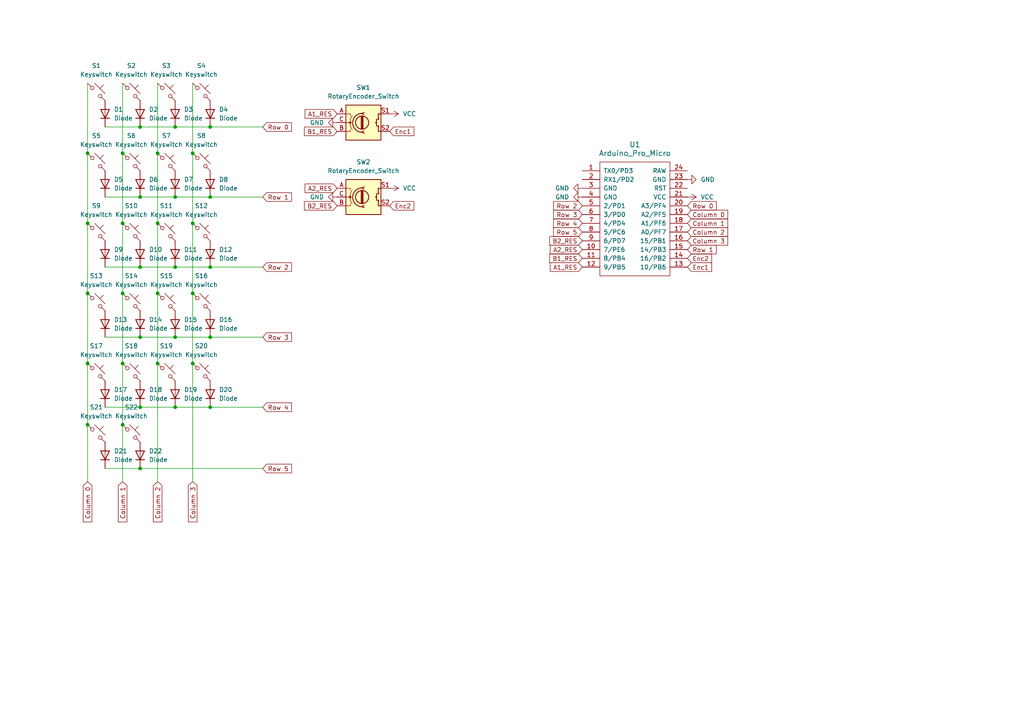
<source format=kicad_sch>
(kicad_sch
	(version 20231120)
	(generator "eeschema")
	(generator_version "8.0")
	(uuid "1c7491a0-33cd-4be3-a812-9ad90215ed9c")
	(paper "A4")
	(lib_symbols
		(symbol "Device:RotaryEncoder_Switch"
			(pin_names
				(offset 0.254) hide)
			(exclude_from_sim no)
			(in_bom yes)
			(on_board yes)
			(property "Reference" "SW"
				(at 0 6.604 0)
				(effects
					(font
						(size 1.27 1.27)
					)
				)
			)
			(property "Value" "RotaryEncoder_Switch"
				(at 0 -6.604 0)
				(effects
					(font
						(size 1.27 1.27)
					)
				)
			)
			(property "Footprint" ""
				(at -3.81 4.064 0)
				(effects
					(font
						(size 1.27 1.27)
					)
					(hide yes)
				)
			)
			(property "Datasheet" "~"
				(at 0 6.604 0)
				(effects
					(font
						(size 1.27 1.27)
					)
					(hide yes)
				)
			)
			(property "Description" "Rotary encoder, dual channel, incremental quadrate outputs, with switch"
				(at 0 0 0)
				(effects
					(font
						(size 1.27 1.27)
					)
					(hide yes)
				)
			)
			(property "ki_keywords" "rotary switch encoder switch push button"
				(at 0 0 0)
				(effects
					(font
						(size 1.27 1.27)
					)
					(hide yes)
				)
			)
			(property "ki_fp_filters" "RotaryEncoder*Switch*"
				(at 0 0 0)
				(effects
					(font
						(size 1.27 1.27)
					)
					(hide yes)
				)
			)
			(symbol "RotaryEncoder_Switch_0_1"
				(rectangle
					(start -5.08 5.08)
					(end 5.08 -5.08)
					(stroke
						(width 0.254)
						(type default)
					)
					(fill
						(type background)
					)
				)
				(circle
					(center -3.81 0)
					(radius 0.254)
					(stroke
						(width 0)
						(type default)
					)
					(fill
						(type outline)
					)
				)
				(circle
					(center -0.381 0)
					(radius 1.905)
					(stroke
						(width 0.254)
						(type default)
					)
					(fill
						(type none)
					)
				)
				(arc
					(start -0.381 2.667)
					(mid -3.0988 -0.0635)
					(end -0.381 -2.794)
					(stroke
						(width 0.254)
						(type default)
					)
					(fill
						(type none)
					)
				)
				(polyline
					(pts
						(xy -0.635 -1.778) (xy -0.635 1.778)
					)
					(stroke
						(width 0.254)
						(type default)
					)
					(fill
						(type none)
					)
				)
				(polyline
					(pts
						(xy -0.381 -1.778) (xy -0.381 1.778)
					)
					(stroke
						(width 0.254)
						(type default)
					)
					(fill
						(type none)
					)
				)
				(polyline
					(pts
						(xy -0.127 1.778) (xy -0.127 -1.778)
					)
					(stroke
						(width 0.254)
						(type default)
					)
					(fill
						(type none)
					)
				)
				(polyline
					(pts
						(xy 3.81 0) (xy 3.429 0)
					)
					(stroke
						(width 0.254)
						(type default)
					)
					(fill
						(type none)
					)
				)
				(polyline
					(pts
						(xy 3.81 1.016) (xy 3.81 -1.016)
					)
					(stroke
						(width 0.254)
						(type default)
					)
					(fill
						(type none)
					)
				)
				(polyline
					(pts
						(xy -5.08 -2.54) (xy -3.81 -2.54) (xy -3.81 -2.032)
					)
					(stroke
						(width 0)
						(type default)
					)
					(fill
						(type none)
					)
				)
				(polyline
					(pts
						(xy -5.08 2.54) (xy -3.81 2.54) (xy -3.81 2.032)
					)
					(stroke
						(width 0)
						(type default)
					)
					(fill
						(type none)
					)
				)
				(polyline
					(pts
						(xy 0.254 -3.048) (xy -0.508 -2.794) (xy 0.127 -2.413)
					)
					(stroke
						(width 0.254)
						(type default)
					)
					(fill
						(type none)
					)
				)
				(polyline
					(pts
						(xy 0.254 2.921) (xy -0.508 2.667) (xy 0.127 2.286)
					)
					(stroke
						(width 0.254)
						(type default)
					)
					(fill
						(type none)
					)
				)
				(polyline
					(pts
						(xy 5.08 -2.54) (xy 4.318 -2.54) (xy 4.318 -1.016)
					)
					(stroke
						(width 0.254)
						(type default)
					)
					(fill
						(type none)
					)
				)
				(polyline
					(pts
						(xy 5.08 2.54) (xy 4.318 2.54) (xy 4.318 1.016)
					)
					(stroke
						(width 0.254)
						(type default)
					)
					(fill
						(type none)
					)
				)
				(polyline
					(pts
						(xy -5.08 0) (xy -3.81 0) (xy -3.81 -1.016) (xy -3.302 -2.032)
					)
					(stroke
						(width 0)
						(type default)
					)
					(fill
						(type none)
					)
				)
				(polyline
					(pts
						(xy -4.318 0) (xy -3.81 0) (xy -3.81 1.016) (xy -3.302 2.032)
					)
					(stroke
						(width 0)
						(type default)
					)
					(fill
						(type none)
					)
				)
				(circle
					(center 4.318 -1.016)
					(radius 0.127)
					(stroke
						(width 0.254)
						(type default)
					)
					(fill
						(type none)
					)
				)
				(circle
					(center 4.318 1.016)
					(radius 0.127)
					(stroke
						(width 0.254)
						(type default)
					)
					(fill
						(type none)
					)
				)
			)
			(symbol "RotaryEncoder_Switch_1_1"
				(pin passive line
					(at -7.62 2.54 0)
					(length 2.54)
					(name "A"
						(effects
							(font
								(size 1.27 1.27)
							)
						)
					)
					(number "A"
						(effects
							(font
								(size 1.27 1.27)
							)
						)
					)
				)
				(pin passive line
					(at -7.62 -2.54 0)
					(length 2.54)
					(name "B"
						(effects
							(font
								(size 1.27 1.27)
							)
						)
					)
					(number "B"
						(effects
							(font
								(size 1.27 1.27)
							)
						)
					)
				)
				(pin passive line
					(at -7.62 0 0)
					(length 2.54)
					(name "C"
						(effects
							(font
								(size 1.27 1.27)
							)
						)
					)
					(number "C"
						(effects
							(font
								(size 1.27 1.27)
							)
						)
					)
				)
				(pin passive line
					(at 7.62 2.54 180)
					(length 2.54)
					(name "S1"
						(effects
							(font
								(size 1.27 1.27)
							)
						)
					)
					(number "S1"
						(effects
							(font
								(size 1.27 1.27)
							)
						)
					)
				)
				(pin passive line
					(at 7.62 -2.54 180)
					(length 2.54)
					(name "S2"
						(effects
							(font
								(size 1.27 1.27)
							)
						)
					)
					(number "S2"
						(effects
							(font
								(size 1.27 1.27)
							)
						)
					)
				)
			)
		)
		(symbol "ScottoKeebs:MCU_Arduino_Pro_Micro"
			(pin_names
				(offset 1.016)
			)
			(exclude_from_sim no)
			(in_bom yes)
			(on_board yes)
			(property "Reference" "U"
				(at 0 0 0)
				(effects
					(font
						(size 1.524 1.524)
					)
				)
			)
			(property "Value" "Arduino_Pro_Micro"
				(at 0 -19.05 0)
				(effects
					(font
						(size 1.524 1.524)
					)
				)
			)
			(property "Footprint" "ScottoKeebs_MCU:Arduino_Pro_Micro"
				(at 0 -22.86 0)
				(effects
					(font
						(size 1.524 1.524)
					)
					(hide yes)
				)
			)
			(property "Datasheet" ""
				(at 26.67 -63.5 90)
				(effects
					(font
						(size 1.524 1.524)
					)
					(hide yes)
				)
			)
			(property "Description" ""
				(at 0 0 0)
				(effects
					(font
						(size 1.27 1.27)
					)
					(hide yes)
				)
			)
			(symbol "MCU_Arduino_Pro_Micro_0_1"
				(rectangle
					(start -10.16 16.51)
					(end 10.16 -16.51)
					(stroke
						(width 0)
						(type solid)
					)
					(fill
						(type none)
					)
				)
			)
			(symbol "MCU_Arduino_Pro_Micro_1_1"
				(pin input line
					(at -15.24 13.97 0)
					(length 5.08)
					(name "TX0/PD3"
						(effects
							(font
								(size 1.27 1.27)
							)
						)
					)
					(number "1"
						(effects
							(font
								(size 1.27 1.27)
							)
						)
					)
				)
				(pin input line
					(at -15.24 -8.89 0)
					(length 5.08)
					(name "7/PE6"
						(effects
							(font
								(size 1.27 1.27)
							)
						)
					)
					(number "10"
						(effects
							(font
								(size 1.27 1.27)
							)
						)
					)
				)
				(pin input line
					(at -15.24 -11.43 0)
					(length 5.08)
					(name "8/PB4"
						(effects
							(font
								(size 1.27 1.27)
							)
						)
					)
					(number "11"
						(effects
							(font
								(size 1.27 1.27)
							)
						)
					)
				)
				(pin input line
					(at -15.24 -13.97 0)
					(length 5.08)
					(name "9/PB5"
						(effects
							(font
								(size 1.27 1.27)
							)
						)
					)
					(number "12"
						(effects
							(font
								(size 1.27 1.27)
							)
						)
					)
				)
				(pin input line
					(at 15.24 -13.97 180)
					(length 5.08)
					(name "10/PB6"
						(effects
							(font
								(size 1.27 1.27)
							)
						)
					)
					(number "13"
						(effects
							(font
								(size 1.27 1.27)
							)
						)
					)
				)
				(pin input line
					(at 15.24 -11.43 180)
					(length 5.08)
					(name "16/PB2"
						(effects
							(font
								(size 1.27 1.27)
							)
						)
					)
					(number "14"
						(effects
							(font
								(size 1.27 1.27)
							)
						)
					)
				)
				(pin input line
					(at 15.24 -8.89 180)
					(length 5.08)
					(name "14/PB3"
						(effects
							(font
								(size 1.27 1.27)
							)
						)
					)
					(number "15"
						(effects
							(font
								(size 1.27 1.27)
							)
						)
					)
				)
				(pin input line
					(at 15.24 -6.35 180)
					(length 5.08)
					(name "15/PB1"
						(effects
							(font
								(size 1.27 1.27)
							)
						)
					)
					(number "16"
						(effects
							(font
								(size 1.27 1.27)
							)
						)
					)
				)
				(pin input line
					(at 15.24 -3.81 180)
					(length 5.08)
					(name "A0/PF7"
						(effects
							(font
								(size 1.27 1.27)
							)
						)
					)
					(number "17"
						(effects
							(font
								(size 1.27 1.27)
							)
						)
					)
				)
				(pin input line
					(at 15.24 -1.27 180)
					(length 5.08)
					(name "A1/PF6"
						(effects
							(font
								(size 1.27 1.27)
							)
						)
					)
					(number "18"
						(effects
							(font
								(size 1.27 1.27)
							)
						)
					)
				)
				(pin input line
					(at 15.24 1.27 180)
					(length 5.08)
					(name "A2/PF5"
						(effects
							(font
								(size 1.27 1.27)
							)
						)
					)
					(number "19"
						(effects
							(font
								(size 1.27 1.27)
							)
						)
					)
				)
				(pin input line
					(at -15.24 11.43 0)
					(length 5.08)
					(name "RX1/PD2"
						(effects
							(font
								(size 1.27 1.27)
							)
						)
					)
					(number "2"
						(effects
							(font
								(size 1.27 1.27)
							)
						)
					)
				)
				(pin input line
					(at 15.24 3.81 180)
					(length 5.08)
					(name "A3/PF4"
						(effects
							(font
								(size 1.27 1.27)
							)
						)
					)
					(number "20"
						(effects
							(font
								(size 1.27 1.27)
							)
						)
					)
				)
				(pin input line
					(at 15.24 6.35 180)
					(length 5.08)
					(name "VCC"
						(effects
							(font
								(size 1.27 1.27)
							)
						)
					)
					(number "21"
						(effects
							(font
								(size 1.27 1.27)
							)
						)
					)
				)
				(pin input line
					(at 15.24 8.89 180)
					(length 5.08)
					(name "RST"
						(effects
							(font
								(size 1.27 1.27)
							)
						)
					)
					(number "22"
						(effects
							(font
								(size 1.27 1.27)
							)
						)
					)
				)
				(pin input line
					(at 15.24 11.43 180)
					(length 5.08)
					(name "GND"
						(effects
							(font
								(size 1.27 1.27)
							)
						)
					)
					(number "23"
						(effects
							(font
								(size 1.27 1.27)
							)
						)
					)
				)
				(pin input line
					(at 15.24 13.97 180)
					(length 5.08)
					(name "RAW"
						(effects
							(font
								(size 1.27 1.27)
							)
						)
					)
					(number "24"
						(effects
							(font
								(size 1.27 1.27)
							)
						)
					)
				)
				(pin input line
					(at -15.24 8.89 0)
					(length 5.08)
					(name "GND"
						(effects
							(font
								(size 1.27 1.27)
							)
						)
					)
					(number "3"
						(effects
							(font
								(size 1.27 1.27)
							)
						)
					)
				)
				(pin input line
					(at -15.24 6.35 0)
					(length 5.08)
					(name "GND"
						(effects
							(font
								(size 1.27 1.27)
							)
						)
					)
					(number "4"
						(effects
							(font
								(size 1.27 1.27)
							)
						)
					)
				)
				(pin input line
					(at -15.24 3.81 0)
					(length 5.08)
					(name "2/PD1"
						(effects
							(font
								(size 1.27 1.27)
							)
						)
					)
					(number "5"
						(effects
							(font
								(size 1.27 1.27)
							)
						)
					)
				)
				(pin input line
					(at -15.24 1.27 0)
					(length 5.08)
					(name "3/PD0"
						(effects
							(font
								(size 1.27 1.27)
							)
						)
					)
					(number "6"
						(effects
							(font
								(size 1.27 1.27)
							)
						)
					)
				)
				(pin input line
					(at -15.24 -1.27 0)
					(length 5.08)
					(name "4/PD4"
						(effects
							(font
								(size 1.27 1.27)
							)
						)
					)
					(number "7"
						(effects
							(font
								(size 1.27 1.27)
							)
						)
					)
				)
				(pin input line
					(at -15.24 -3.81 0)
					(length 5.08)
					(name "5/PC6"
						(effects
							(font
								(size 1.27 1.27)
							)
						)
					)
					(number "8"
						(effects
							(font
								(size 1.27 1.27)
							)
						)
					)
				)
				(pin input line
					(at -15.24 -6.35 0)
					(length 5.08)
					(name "6/PD7"
						(effects
							(font
								(size 1.27 1.27)
							)
						)
					)
					(number "9"
						(effects
							(font
								(size 1.27 1.27)
							)
						)
					)
				)
			)
		)
		(symbol "ScottoKeebs:Placeholder_Diode"
			(pin_numbers hide)
			(pin_names hide)
			(exclude_from_sim no)
			(in_bom yes)
			(on_board yes)
			(property "Reference" "D"
				(at 0 2.54 0)
				(effects
					(font
						(size 1.27 1.27)
					)
				)
			)
			(property "Value" "Diode"
				(at 0 -2.54 0)
				(effects
					(font
						(size 1.27 1.27)
					)
				)
			)
			(property "Footprint" ""
				(at 0 0 0)
				(effects
					(font
						(size 1.27 1.27)
					)
					(hide yes)
				)
			)
			(property "Datasheet" ""
				(at 0 0 0)
				(effects
					(font
						(size 1.27 1.27)
					)
					(hide yes)
				)
			)
			(property "Description" "1N4148 (DO-35) or 1N4148W (SOD-123)"
				(at 0 0 0)
				(effects
					(font
						(size 1.27 1.27)
					)
					(hide yes)
				)
			)
			(property "Sim.Device" "D"
				(at 0 0 0)
				(effects
					(font
						(size 1.27 1.27)
					)
					(hide yes)
				)
			)
			(property "Sim.Pins" "1=K 2=A"
				(at 0 0 0)
				(effects
					(font
						(size 1.27 1.27)
					)
					(hide yes)
				)
			)
			(property "ki_keywords" "diode"
				(at 0 0 0)
				(effects
					(font
						(size 1.27 1.27)
					)
					(hide yes)
				)
			)
			(property "ki_fp_filters" "D*DO?35*"
				(at 0 0 0)
				(effects
					(font
						(size 1.27 1.27)
					)
					(hide yes)
				)
			)
			(symbol "Placeholder_Diode_0_1"
				(polyline
					(pts
						(xy -1.27 1.27) (xy -1.27 -1.27)
					)
					(stroke
						(width 0.254)
						(type default)
					)
					(fill
						(type none)
					)
				)
				(polyline
					(pts
						(xy 1.27 0) (xy -1.27 0)
					)
					(stroke
						(width 0)
						(type default)
					)
					(fill
						(type none)
					)
				)
				(polyline
					(pts
						(xy 1.27 1.27) (xy 1.27 -1.27) (xy -1.27 0) (xy 1.27 1.27)
					)
					(stroke
						(width 0.254)
						(type default)
					)
					(fill
						(type none)
					)
				)
			)
			(symbol "Placeholder_Diode_1_1"
				(pin passive line
					(at -3.81 0 0)
					(length 2.54)
					(name "K"
						(effects
							(font
								(size 1.27 1.27)
							)
						)
					)
					(number "1"
						(effects
							(font
								(size 1.27 1.27)
							)
						)
					)
				)
				(pin passive line
					(at 3.81 0 180)
					(length 2.54)
					(name "A"
						(effects
							(font
								(size 1.27 1.27)
							)
						)
					)
					(number "2"
						(effects
							(font
								(size 1.27 1.27)
							)
						)
					)
				)
			)
		)
		(symbol "ScottoKeebs:Placeholder_Keyswitch"
			(pin_numbers hide)
			(pin_names
				(offset 1.016) hide)
			(exclude_from_sim no)
			(in_bom yes)
			(on_board yes)
			(property "Reference" "S"
				(at 3.048 1.016 0)
				(effects
					(font
						(size 1.27 1.27)
					)
					(justify left)
				)
			)
			(property "Value" "Keyswitch"
				(at 0 -3.81 0)
				(effects
					(font
						(size 1.27 1.27)
					)
				)
			)
			(property "Footprint" ""
				(at 0 0 0)
				(effects
					(font
						(size 1.27 1.27)
					)
					(hide yes)
				)
			)
			(property "Datasheet" "~"
				(at 0 0 0)
				(effects
					(font
						(size 1.27 1.27)
					)
					(hide yes)
				)
			)
			(property "Description" "Push button switch, normally open, two pins, 45° tilted"
				(at 0 0 0)
				(effects
					(font
						(size 1.27 1.27)
					)
					(hide yes)
				)
			)
			(property "ki_keywords" "switch normally-open pushbutton push-button"
				(at 0 0 0)
				(effects
					(font
						(size 1.27 1.27)
					)
					(hide yes)
				)
			)
			(symbol "Placeholder_Keyswitch_0_1"
				(circle
					(center -1.1684 1.1684)
					(radius 0.508)
					(stroke
						(width 0)
						(type default)
					)
					(fill
						(type none)
					)
				)
				(polyline
					(pts
						(xy -0.508 2.54) (xy 2.54 -0.508)
					)
					(stroke
						(width 0)
						(type default)
					)
					(fill
						(type none)
					)
				)
				(polyline
					(pts
						(xy 1.016 1.016) (xy 2.032 2.032)
					)
					(stroke
						(width 0)
						(type default)
					)
					(fill
						(type none)
					)
				)
				(polyline
					(pts
						(xy -2.54 2.54) (xy -1.524 1.524) (xy -1.524 1.524)
					)
					(stroke
						(width 0)
						(type default)
					)
					(fill
						(type none)
					)
				)
				(polyline
					(pts
						(xy 1.524 -1.524) (xy 2.54 -2.54) (xy 2.54 -2.54) (xy 2.54 -2.54)
					)
					(stroke
						(width 0)
						(type default)
					)
					(fill
						(type none)
					)
				)
				(circle
					(center 1.143 -1.1938)
					(radius 0.508)
					(stroke
						(width 0)
						(type default)
					)
					(fill
						(type none)
					)
				)
				(pin passive line
					(at -2.54 2.54 0)
					(length 0)
					(name "1"
						(effects
							(font
								(size 1.27 1.27)
							)
						)
					)
					(number "1"
						(effects
							(font
								(size 1.27 1.27)
							)
						)
					)
				)
				(pin passive line
					(at 2.54 -2.54 180)
					(length 0)
					(name "2"
						(effects
							(font
								(size 1.27 1.27)
							)
						)
					)
					(number "2"
						(effects
							(font
								(size 1.27 1.27)
							)
						)
					)
				)
			)
		)
		(symbol "power:GND"
			(power)
			(pin_numbers hide)
			(pin_names
				(offset 0) hide)
			(exclude_from_sim no)
			(in_bom yes)
			(on_board yes)
			(property "Reference" "#PWR"
				(at 0 -6.35 0)
				(effects
					(font
						(size 1.27 1.27)
					)
					(hide yes)
				)
			)
			(property "Value" "GND"
				(at 0 -3.81 0)
				(effects
					(font
						(size 1.27 1.27)
					)
				)
			)
			(property "Footprint" ""
				(at 0 0 0)
				(effects
					(font
						(size 1.27 1.27)
					)
					(hide yes)
				)
			)
			(property "Datasheet" ""
				(at 0 0 0)
				(effects
					(font
						(size 1.27 1.27)
					)
					(hide yes)
				)
			)
			(property "Description" "Power symbol creates a global label with name \"GND\" , ground"
				(at 0 0 0)
				(effects
					(font
						(size 1.27 1.27)
					)
					(hide yes)
				)
			)
			(property "ki_keywords" "global power"
				(at 0 0 0)
				(effects
					(font
						(size 1.27 1.27)
					)
					(hide yes)
				)
			)
			(symbol "GND_0_1"
				(polyline
					(pts
						(xy 0 0) (xy 0 -1.27) (xy 1.27 -1.27) (xy 0 -2.54) (xy -1.27 -1.27) (xy 0 -1.27)
					)
					(stroke
						(width 0)
						(type default)
					)
					(fill
						(type none)
					)
				)
			)
			(symbol "GND_1_1"
				(pin power_in line
					(at 0 0 270)
					(length 0)
					(name "~"
						(effects
							(font
								(size 1.27 1.27)
							)
						)
					)
					(number "1"
						(effects
							(font
								(size 1.27 1.27)
							)
						)
					)
				)
			)
		)
		(symbol "power:VCC"
			(power)
			(pin_numbers hide)
			(pin_names
				(offset 0) hide)
			(exclude_from_sim no)
			(in_bom yes)
			(on_board yes)
			(property "Reference" "#PWR"
				(at 0 -3.81 0)
				(effects
					(font
						(size 1.27 1.27)
					)
					(hide yes)
				)
			)
			(property "Value" "VCC"
				(at 0 3.556 0)
				(effects
					(font
						(size 1.27 1.27)
					)
				)
			)
			(property "Footprint" ""
				(at 0 0 0)
				(effects
					(font
						(size 1.27 1.27)
					)
					(hide yes)
				)
			)
			(property "Datasheet" ""
				(at 0 0 0)
				(effects
					(font
						(size 1.27 1.27)
					)
					(hide yes)
				)
			)
			(property "Description" "Power symbol creates a global label with name \"VCC\""
				(at 0 0 0)
				(effects
					(font
						(size 1.27 1.27)
					)
					(hide yes)
				)
			)
			(property "ki_keywords" "global power"
				(at 0 0 0)
				(effects
					(font
						(size 1.27 1.27)
					)
					(hide yes)
				)
			)
			(symbol "VCC_0_1"
				(polyline
					(pts
						(xy -0.762 1.27) (xy 0 2.54)
					)
					(stroke
						(width 0)
						(type default)
					)
					(fill
						(type none)
					)
				)
				(polyline
					(pts
						(xy 0 0) (xy 0 2.54)
					)
					(stroke
						(width 0)
						(type default)
					)
					(fill
						(type none)
					)
				)
				(polyline
					(pts
						(xy 0 2.54) (xy 0.762 1.27)
					)
					(stroke
						(width 0)
						(type default)
					)
					(fill
						(type none)
					)
				)
			)
			(symbol "VCC_1_1"
				(pin power_in line
					(at 0 0 90)
					(length 0)
					(name "~"
						(effects
							(font
								(size 1.27 1.27)
							)
						)
					)
					(number "1"
						(effects
							(font
								(size 1.27 1.27)
							)
						)
					)
				)
			)
		)
	)
	(junction
		(at 60.96 36.83)
		(diameter 0)
		(color 0 0 0 0)
		(uuid "07e8f729-937e-49ed-8b7f-2e446df57eb9")
	)
	(junction
		(at 45.72 44.45)
		(diameter 0)
		(color 0 0 0 0)
		(uuid "09baec96-456e-4f78-afb6-a0b3b60d8bb1")
	)
	(junction
		(at 25.4 105.41)
		(diameter 0)
		(color 0 0 0 0)
		(uuid "0c1b2c03-1c4c-4da5-a4c2-06b84c60d5ee")
	)
	(junction
		(at 60.96 97.79)
		(diameter 0)
		(color 0 0 0 0)
		(uuid "0d266b0f-893c-444a-b29f-d9a030282fb9")
	)
	(junction
		(at 35.56 85.09)
		(diameter 0)
		(color 0 0 0 0)
		(uuid "12f6d602-7dc8-4d2f-91f7-0aa9a85de3d5")
	)
	(junction
		(at 25.4 123.19)
		(diameter 0)
		(color 0 0 0 0)
		(uuid "1823695d-e15f-4c03-892f-d39ba763205f")
	)
	(junction
		(at 55.88 64.77)
		(diameter 0)
		(color 0 0 0 0)
		(uuid "19265878-1279-4002-9986-fd06b79280c5")
	)
	(junction
		(at 45.72 64.77)
		(diameter 0)
		(color 0 0 0 0)
		(uuid "24367259-7910-43df-bcc6-1944995e79fc")
	)
	(junction
		(at 55.88 85.09)
		(diameter 0)
		(color 0 0 0 0)
		(uuid "2972e423-a240-4c7c-9a79-bc30b17b43fd")
	)
	(junction
		(at 50.8 57.15)
		(diameter 0)
		(color 0 0 0 0)
		(uuid "407af926-3352-4041-89e2-106b1028f53d")
	)
	(junction
		(at 25.4 64.77)
		(diameter 0)
		(color 0 0 0 0)
		(uuid "4627fc89-6852-47bd-ab2b-d351ab9d73aa")
	)
	(junction
		(at 45.72 85.09)
		(diameter 0)
		(color 0 0 0 0)
		(uuid "475adb9c-69b8-4f00-b8d0-462b6f226bdf")
	)
	(junction
		(at 40.64 118.11)
		(diameter 0)
		(color 0 0 0 0)
		(uuid "6513286c-152c-4210-b2a3-2d2c4a6f369a")
	)
	(junction
		(at 40.64 36.83)
		(diameter 0)
		(color 0 0 0 0)
		(uuid "67fff3a5-4dcf-4f02-9ebe-34597e550706")
	)
	(junction
		(at 55.88 105.41)
		(diameter 0)
		(color 0 0 0 0)
		(uuid "6866d952-2256-4e2b-b400-8ada62bffe2a")
	)
	(junction
		(at 55.88 44.45)
		(diameter 0)
		(color 0 0 0 0)
		(uuid "69ee7b50-ac51-4a6f-841f-2130e80626a7")
	)
	(junction
		(at 35.56 123.19)
		(diameter 0)
		(color 0 0 0 0)
		(uuid "6e1dc39d-2d8c-4009-9ab5-b1d0cf6c1245")
	)
	(junction
		(at 40.64 135.89)
		(diameter 0)
		(color 0 0 0 0)
		(uuid "7492ee90-8c09-4bbd-973b-0db615caddbb")
	)
	(junction
		(at 50.8 36.83)
		(diameter 0)
		(color 0 0 0 0)
		(uuid "76b03896-7b82-4398-ac14-f3ed0f582d3d")
	)
	(junction
		(at 45.72 105.41)
		(diameter 0)
		(color 0 0 0 0)
		(uuid "812d16f4-aaa0-4d54-b71d-9249957375ae")
	)
	(junction
		(at 50.8 97.79)
		(diameter 0)
		(color 0 0 0 0)
		(uuid "965fdce6-04ff-4577-b301-8cb450df3434")
	)
	(junction
		(at 40.64 97.79)
		(diameter 0)
		(color 0 0 0 0)
		(uuid "a2028df8-fe59-4ff1-89ec-f6357f9dde2d")
	)
	(junction
		(at 60.96 57.15)
		(diameter 0)
		(color 0 0 0 0)
		(uuid "a2cde49c-6edc-4f25-a6b8-9d6816f745e5")
	)
	(junction
		(at 35.56 44.45)
		(diameter 0)
		(color 0 0 0 0)
		(uuid "a609847a-f6a5-410d-86bc-3495257864eb")
	)
	(junction
		(at 35.56 105.41)
		(diameter 0)
		(color 0 0 0 0)
		(uuid "ad78c650-4918-4a2f-af5a-d73eab240d6c")
	)
	(junction
		(at 60.96 77.47)
		(diameter 0)
		(color 0 0 0 0)
		(uuid "b52700b7-e941-4fd1-90ac-078a2d4dc0fe")
	)
	(junction
		(at 40.64 57.15)
		(diameter 0)
		(color 0 0 0 0)
		(uuid "b84d2b7b-268b-42db-959a-45abc74dcd97")
	)
	(junction
		(at 50.8 77.47)
		(diameter 0)
		(color 0 0 0 0)
		(uuid "bcca8db9-942d-4cb8-b871-c3390e5ecac4")
	)
	(junction
		(at 35.56 64.77)
		(diameter 0)
		(color 0 0 0 0)
		(uuid "bcecab3a-708d-412a-b80a-7bb5d09dc9b0")
	)
	(junction
		(at 60.96 118.11)
		(diameter 0)
		(color 0 0 0 0)
		(uuid "c0ff4be5-ca67-4dd2-8940-58f4607fa7ed")
	)
	(junction
		(at 25.4 44.45)
		(diameter 0)
		(color 0 0 0 0)
		(uuid "df02e395-b92f-4545-8a88-d4033fc7d38c")
	)
	(junction
		(at 50.8 118.11)
		(diameter 0)
		(color 0 0 0 0)
		(uuid "f051d410-7d51-415a-b695-032d2dca54e7")
	)
	(junction
		(at 25.4 85.09)
		(diameter 0)
		(color 0 0 0 0)
		(uuid "f49bdbea-54c8-4701-8953-325dc8c0efab")
	)
	(junction
		(at 40.64 77.47)
		(diameter 0)
		(color 0 0 0 0)
		(uuid "f950a0c1-fdba-4e9a-8619-ad9af62d47db")
	)
	(wire
		(pts
			(xy 45.72 44.45) (xy 45.72 64.77)
		)
		(stroke
			(width 0)
			(type default)
		)
		(uuid "03b74abf-b23d-4f0f-b6ea-b8b5d17adf54")
	)
	(wire
		(pts
			(xy 25.4 105.41) (xy 25.4 123.19)
		)
		(stroke
			(width 0)
			(type default)
		)
		(uuid "08853a88-bc4a-47a5-b077-203bb56c6b4f")
	)
	(wire
		(pts
			(xy 30.48 118.11) (xy 40.64 118.11)
		)
		(stroke
			(width 0)
			(type default)
		)
		(uuid "13fbddcb-7718-412a-a594-4cf3ae551d03")
	)
	(wire
		(pts
			(xy 50.8 36.83) (xy 60.96 36.83)
		)
		(stroke
			(width 0)
			(type default)
		)
		(uuid "16cd0147-5cf1-4717-8c80-88900f69e12b")
	)
	(wire
		(pts
			(xy 25.4 44.45) (xy 25.4 64.77)
		)
		(stroke
			(width 0)
			(type default)
		)
		(uuid "1afe9d63-5cba-4c9e-9dfa-cd36d033f800")
	)
	(wire
		(pts
			(xy 40.64 118.11) (xy 50.8 118.11)
		)
		(stroke
			(width 0)
			(type default)
		)
		(uuid "1d776bb9-83d0-4088-bea0-370321a4abda")
	)
	(wire
		(pts
			(xy 40.64 57.15) (xy 50.8 57.15)
		)
		(stroke
			(width 0)
			(type default)
		)
		(uuid "2002042c-b638-4e95-b5ea-c3300341e251")
	)
	(wire
		(pts
			(xy 55.88 105.41) (xy 55.88 139.7)
		)
		(stroke
			(width 0)
			(type default)
		)
		(uuid "2610f0a3-4d96-4e5d-a5d3-e651b1fb7d55")
	)
	(wire
		(pts
			(xy 30.48 77.47) (xy 40.64 77.47)
		)
		(stroke
			(width 0)
			(type default)
		)
		(uuid "28fd2e7d-6f71-498f-8bc6-2e662fd7c6ae")
	)
	(wire
		(pts
			(xy 60.96 118.11) (xy 76.2 118.11)
		)
		(stroke
			(width 0)
			(type default)
		)
		(uuid "2ec531a9-a682-45a7-b27e-95d2a0b537f8")
	)
	(wire
		(pts
			(xy 30.48 36.83) (xy 40.64 36.83)
		)
		(stroke
			(width 0)
			(type default)
		)
		(uuid "30f2e276-a252-459f-9b58-f4c306e2dff1")
	)
	(wire
		(pts
			(xy 35.56 24.13) (xy 35.56 44.45)
		)
		(stroke
			(width 0)
			(type default)
		)
		(uuid "32096641-c38d-4f18-8392-3b6f433b5ed9")
	)
	(wire
		(pts
			(xy 45.72 64.77) (xy 45.72 85.09)
		)
		(stroke
			(width 0)
			(type default)
		)
		(uuid "325ac2fc-d361-4176-98d9-d67175d4ddb2")
	)
	(wire
		(pts
			(xy 25.4 85.09) (xy 25.4 105.41)
		)
		(stroke
			(width 0)
			(type default)
		)
		(uuid "33310f40-a57c-4182-9837-a3f37f84be15")
	)
	(wire
		(pts
			(xy 55.88 64.77) (xy 55.88 85.09)
		)
		(stroke
			(width 0)
			(type default)
		)
		(uuid "390f5b3b-72a3-49a9-9ac5-43ed742da492")
	)
	(wire
		(pts
			(xy 55.88 24.13) (xy 55.88 44.45)
		)
		(stroke
			(width 0)
			(type default)
		)
		(uuid "3a9bac17-6dc0-4b4a-aa87-6cf8a8af209e")
	)
	(wire
		(pts
			(xy 50.8 118.11) (xy 60.96 118.11)
		)
		(stroke
			(width 0)
			(type default)
		)
		(uuid "3b3e4494-434b-48f3-af29-c7096e258566")
	)
	(wire
		(pts
			(xy 25.4 123.19) (xy 25.4 139.7)
		)
		(stroke
			(width 0)
			(type default)
		)
		(uuid "46710d7d-489f-43d7-acb6-495ef928403a")
	)
	(wire
		(pts
			(xy 55.88 44.45) (xy 55.88 64.77)
		)
		(stroke
			(width 0)
			(type default)
		)
		(uuid "48385250-17be-4e76-bd6e-1a024b7eb023")
	)
	(wire
		(pts
			(xy 35.56 105.41) (xy 35.56 123.19)
		)
		(stroke
			(width 0)
			(type default)
		)
		(uuid "5afc77a4-455d-4d4d-a123-6cb86c5fa66c")
	)
	(wire
		(pts
			(xy 60.96 97.79) (xy 76.2 97.79)
		)
		(stroke
			(width 0)
			(type default)
		)
		(uuid "6d368282-5b23-405d-85ec-507dbd38ffa9")
	)
	(wire
		(pts
			(xy 30.48 97.79) (xy 40.64 97.79)
		)
		(stroke
			(width 0)
			(type default)
		)
		(uuid "73d74b73-3c28-4fe5-8399-f6efe292fa71")
	)
	(wire
		(pts
			(xy 40.64 135.89) (xy 76.2 135.89)
		)
		(stroke
			(width 0)
			(type default)
		)
		(uuid "75b637c9-4eb9-42cc-8706-c92d639dc8f9")
	)
	(wire
		(pts
			(xy 40.64 36.83) (xy 50.8 36.83)
		)
		(stroke
			(width 0)
			(type default)
		)
		(uuid "75f62df2-186e-4a27-8c1f-2ab452ef57e2")
	)
	(wire
		(pts
			(xy 50.8 77.47) (xy 60.96 77.47)
		)
		(stroke
			(width 0)
			(type default)
		)
		(uuid "77dedcaf-acd0-48e5-99e5-367e19a57a3d")
	)
	(wire
		(pts
			(xy 30.48 135.89) (xy 40.64 135.89)
		)
		(stroke
			(width 0)
			(type default)
		)
		(uuid "8009827c-54a1-4cb3-a0fe-db78e626ae39")
	)
	(wire
		(pts
			(xy 25.4 64.77) (xy 25.4 85.09)
		)
		(stroke
			(width 0)
			(type default)
		)
		(uuid "803a48f5-e2fa-410f-aaae-5a90da37c056")
	)
	(wire
		(pts
			(xy 45.72 85.09) (xy 45.72 105.41)
		)
		(stroke
			(width 0)
			(type default)
		)
		(uuid "8d40395b-5375-46b6-8a80-7f8f50971548")
	)
	(wire
		(pts
			(xy 25.4 24.13) (xy 25.4 44.45)
		)
		(stroke
			(width 0)
			(type default)
		)
		(uuid "8f964815-e804-404e-9e9e-9f438ca03b62")
	)
	(wire
		(pts
			(xy 60.96 57.15) (xy 76.2 57.15)
		)
		(stroke
			(width 0)
			(type default)
		)
		(uuid "94b9f026-9843-4dc9-b9e1-3c4424ece1a5")
	)
	(wire
		(pts
			(xy 60.96 77.47) (xy 76.2 77.47)
		)
		(stroke
			(width 0)
			(type default)
		)
		(uuid "97c2ed16-a245-4290-b54e-a38dfd4150cd")
	)
	(wire
		(pts
			(xy 60.96 36.83) (xy 76.2 36.83)
		)
		(stroke
			(width 0)
			(type default)
		)
		(uuid "9efcce72-6c73-4a2f-b4c9-81f6ff2d84ea")
	)
	(wire
		(pts
			(xy 45.72 24.13) (xy 45.72 44.45)
		)
		(stroke
			(width 0)
			(type default)
		)
		(uuid "a93983de-ae40-46cd-936f-29829267fd51")
	)
	(wire
		(pts
			(xy 50.8 97.79) (xy 60.96 97.79)
		)
		(stroke
			(width 0)
			(type default)
		)
		(uuid "b6037ed7-de08-4aea-8214-527241c31895")
	)
	(wire
		(pts
			(xy 55.88 85.09) (xy 55.88 105.41)
		)
		(stroke
			(width 0)
			(type default)
		)
		(uuid "bbdb40d9-4cba-4972-b1f9-d0a90b55717e")
	)
	(wire
		(pts
			(xy 35.56 44.45) (xy 35.56 64.77)
		)
		(stroke
			(width 0)
			(type default)
		)
		(uuid "c620a1fb-1538-44c8-8186-2543a965755b")
	)
	(wire
		(pts
			(xy 40.64 77.47) (xy 50.8 77.47)
		)
		(stroke
			(width 0)
			(type default)
		)
		(uuid "cc6b4f5d-0b04-4c37-8f86-f2532f5d32b0")
	)
	(wire
		(pts
			(xy 30.48 57.15) (xy 40.64 57.15)
		)
		(stroke
			(width 0)
			(type default)
		)
		(uuid "d26d59a4-4c81-4f22-aacd-c51bf5f4d3b1")
	)
	(wire
		(pts
			(xy 40.64 97.79) (xy 50.8 97.79)
		)
		(stroke
			(width 0)
			(type default)
		)
		(uuid "d485e2ed-6100-4e35-9f6b-d451e6f5f4f4")
	)
	(wire
		(pts
			(xy 35.56 123.19) (xy 35.56 139.7)
		)
		(stroke
			(width 0)
			(type default)
		)
		(uuid "dfd7a4f3-ac9b-4e25-91ee-e079ccb9c860")
	)
	(wire
		(pts
			(xy 35.56 85.09) (xy 35.56 105.41)
		)
		(stroke
			(width 0)
			(type default)
		)
		(uuid "eb3429cd-cb6d-41d5-861d-20a191300937")
	)
	(wire
		(pts
			(xy 45.72 105.41) (xy 45.72 139.7)
		)
		(stroke
			(width 0)
			(type default)
		)
		(uuid "ec86babc-97eb-4570-8ead-100ebcbe9965")
	)
	(wire
		(pts
			(xy 35.56 64.77) (xy 35.56 85.09)
		)
		(stroke
			(width 0)
			(type default)
		)
		(uuid "f055d228-ad05-49dd-b02c-2edfd46681d7")
	)
	(wire
		(pts
			(xy 50.8 57.15) (xy 60.96 57.15)
		)
		(stroke
			(width 0)
			(type default)
		)
		(uuid "f81c42c7-0cca-4807-b87a-b0ea5b6ddfaf")
	)
	(global_label "B2_RES"
		(shape input)
		(at 168.91 69.85 180)
		(fields_autoplaced yes)
		(effects
			(font
				(size 1.27 1.27)
			)
			(justify right)
		)
		(uuid "0515586f-e4ea-4ad7-b5fe-751ce8b8092c")
		(property "Intersheetrefs" "${INTERSHEET_REFS}"
			(at 158.8492 69.85 0)
			(effects
				(font
					(size 1.27 1.27)
				)
				(justify right)
				(hide yes)
			)
		)
	)
	(global_label "Enc2"
		(shape input)
		(at 199.39 74.93 0)
		(fields_autoplaced yes)
		(effects
			(font
				(size 1.27 1.27)
			)
			(justify left)
		)
		(uuid "0b29c659-8c9a-48fb-a07b-72d12e6ee3f6")
		(property "Intersheetrefs" "${INTERSHEET_REFS}"
			(at 206.9713 74.93 0)
			(effects
				(font
					(size 1.27 1.27)
				)
				(justify left)
				(hide yes)
			)
		)
	)
	(global_label "Row 4"
		(shape input)
		(at 168.91 64.77 180)
		(fields_autoplaced yes)
		(effects
			(font
				(size 1.27 1.27)
			)
			(justify right)
		)
		(uuid "16277107-265f-4015-8ee6-2b5ae2ca25d1")
		(property "Intersheetrefs" "${INTERSHEET_REFS}"
			(at 159.9982 64.77 0)
			(effects
				(font
					(size 1.27 1.27)
				)
				(justify right)
				(hide yes)
			)
		)
	)
	(global_label "A2_RES"
		(shape input)
		(at 97.79 54.61 180)
		(fields_autoplaced yes)
		(effects
			(font
				(size 1.27 1.27)
			)
			(justify right)
		)
		(uuid "18220724-33ba-4152-b2ea-38955849e29b")
		(property "Intersheetrefs" "${INTERSHEET_REFS}"
			(at 87.9106 54.61 0)
			(effects
				(font
					(size 1.27 1.27)
				)
				(justify right)
				(hide yes)
			)
		)
	)
	(global_label "Enc1"
		(shape input)
		(at 199.39 77.47 0)
		(fields_autoplaced yes)
		(effects
			(font
				(size 1.27 1.27)
			)
			(justify left)
		)
		(uuid "189bcf01-6a79-441f-b5cc-ca73d9752f6c")
		(property "Intersheetrefs" "${INTERSHEET_REFS}"
			(at 206.9713 77.47 0)
			(effects
				(font
					(size 1.27 1.27)
				)
				(justify left)
				(hide yes)
			)
		)
	)
	(global_label "Column 2"
		(shape input)
		(at 199.39 67.31 0)
		(fields_autoplaced yes)
		(effects
			(font
				(size 1.27 1.27)
			)
			(justify left)
		)
		(uuid "1bdccc5f-b2ad-459c-a1b1-b8d46afc4948")
		(property "Intersheetrefs" "${INTERSHEET_REFS}"
			(at 211.6278 67.31 0)
			(effects
				(font
					(size 1.27 1.27)
				)
				(justify left)
				(hide yes)
			)
		)
	)
	(global_label "B1_RES"
		(shape input)
		(at 97.79 38.1 180)
		(fields_autoplaced yes)
		(effects
			(font
				(size 1.27 1.27)
			)
			(justify right)
		)
		(uuid "3a2f1c7e-8194-47f6-9f36-45b70aa64ee4")
		(property "Intersheetrefs" "${INTERSHEET_REFS}"
			(at 87.7292 38.1 0)
			(effects
				(font
					(size 1.27 1.27)
				)
				(justify right)
				(hide yes)
			)
		)
	)
	(global_label "Row 4"
		(shape input)
		(at 76.2 118.11 0)
		(fields_autoplaced yes)
		(effects
			(font
				(size 1.27 1.27)
			)
			(justify left)
		)
		(uuid "40430522-3563-43cb-a00b-db708c8e9e59")
		(property "Intersheetrefs" "${INTERSHEET_REFS}"
			(at 85.1118 118.11 0)
			(effects
				(font
					(size 1.27 1.27)
				)
				(justify left)
				(hide yes)
			)
		)
	)
	(global_label "Column 0"
		(shape input)
		(at 25.4 139.7 270)
		(fields_autoplaced yes)
		(effects
			(font
				(size 1.27 1.27)
			)
			(justify right)
		)
		(uuid "41834cb6-023c-47c2-bba1-368cd2bcdea3")
		(property "Intersheetrefs" "${INTERSHEET_REFS}"
			(at 25.4 151.9378 90)
			(effects
				(font
					(size 1.27 1.27)
				)
				(justify right)
				(hide yes)
			)
		)
	)
	(global_label "B1_RES"
		(shape input)
		(at 168.91 74.93 180)
		(fields_autoplaced yes)
		(effects
			(font
				(size 1.27 1.27)
			)
			(justify right)
		)
		(uuid "5817dc62-70f9-4757-b38f-e3946aa1968a")
		(property "Intersheetrefs" "${INTERSHEET_REFS}"
			(at 158.8492 74.93 0)
			(effects
				(font
					(size 1.27 1.27)
				)
				(justify right)
				(hide yes)
			)
		)
	)
	(global_label "Enc1"
		(shape input)
		(at 113.03 38.1 0)
		(fields_autoplaced yes)
		(effects
			(font
				(size 1.27 1.27)
			)
			(justify left)
		)
		(uuid "6174761c-12b9-41c9-997d-219af929e3b0")
		(property "Intersheetrefs" "${INTERSHEET_REFS}"
			(at 120.6113 38.1 0)
			(effects
				(font
					(size 1.27 1.27)
				)
				(justify left)
				(hide yes)
			)
		)
	)
	(global_label "B2_RES"
		(shape input)
		(at 97.79 59.69 180)
		(fields_autoplaced yes)
		(effects
			(font
				(size 1.27 1.27)
			)
			(justify right)
		)
		(uuid "6a6ad2d0-fd41-4969-8ec9-92752b96d177")
		(property "Intersheetrefs" "${INTERSHEET_REFS}"
			(at 87.7292 59.69 0)
			(effects
				(font
					(size 1.27 1.27)
				)
				(justify right)
				(hide yes)
			)
		)
	)
	(global_label "A1_RES"
		(shape input)
		(at 168.91 77.47 180)
		(fields_autoplaced yes)
		(effects
			(font
				(size 1.27 1.27)
			)
			(justify right)
		)
		(uuid "790b0ff9-7431-439f-9286-34b826c4c0db")
		(property "Intersheetrefs" "${INTERSHEET_REFS}"
			(at 159.0306 77.47 0)
			(effects
				(font
					(size 1.27 1.27)
				)
				(justify right)
				(hide yes)
			)
		)
	)
	(global_label "Column 1"
		(shape input)
		(at 199.39 64.77 0)
		(fields_autoplaced yes)
		(effects
			(font
				(size 1.27 1.27)
			)
			(justify left)
		)
		(uuid "8152764c-7ff3-4615-b362-e34319d73f5e")
		(property "Intersheetrefs" "${INTERSHEET_REFS}"
			(at 211.6278 64.77 0)
			(effects
				(font
					(size 1.27 1.27)
				)
				(justify left)
				(hide yes)
			)
		)
	)
	(global_label "Row 3"
		(shape input)
		(at 168.91 62.23 180)
		(fields_autoplaced yes)
		(effects
			(font
				(size 1.27 1.27)
			)
			(justify right)
		)
		(uuid "835a9112-07c1-4f2d-a80e-099c4038714b")
		(property "Intersheetrefs" "${INTERSHEET_REFS}"
			(at 159.9982 62.23 0)
			(effects
				(font
					(size 1.27 1.27)
				)
				(justify right)
				(hide yes)
			)
		)
	)
	(global_label "A1_RES"
		(shape input)
		(at 97.79 33.02 180)
		(fields_autoplaced yes)
		(effects
			(font
				(size 1.27 1.27)
			)
			(justify right)
		)
		(uuid "8b456a46-a998-485b-8988-28a5daae3c60")
		(property "Intersheetrefs" "${INTERSHEET_REFS}"
			(at 87.9106 33.02 0)
			(effects
				(font
					(size 1.27 1.27)
				)
				(justify right)
				(hide yes)
			)
		)
	)
	(global_label "Row 3"
		(shape input)
		(at 76.2 97.79 0)
		(fields_autoplaced yes)
		(effects
			(font
				(size 1.27 1.27)
			)
			(justify left)
		)
		(uuid "8f9b6f17-7ee3-4f64-953e-43d9a30245ef")
		(property "Intersheetrefs" "${INTERSHEET_REFS}"
			(at 85.1118 97.79 0)
			(effects
				(font
					(size 1.27 1.27)
				)
				(justify left)
				(hide yes)
			)
		)
	)
	(global_label "Enc2"
		(shape input)
		(at 113.03 59.69 0)
		(fields_autoplaced yes)
		(effects
			(font
				(size 1.27 1.27)
			)
			(justify left)
		)
		(uuid "90d65831-027e-42fd-a023-fabddc933dff")
		(property "Intersheetrefs" "${INTERSHEET_REFS}"
			(at 120.6113 59.69 0)
			(effects
				(font
					(size 1.27 1.27)
				)
				(justify left)
				(hide yes)
			)
		)
	)
	(global_label "Column 1"
		(shape input)
		(at 35.56 139.7 270)
		(fields_autoplaced yes)
		(effects
			(font
				(size 1.27 1.27)
			)
			(justify right)
		)
		(uuid "9c7ca6bb-008c-4f5c-9311-88187cb05ba3")
		(property "Intersheetrefs" "${INTERSHEET_REFS}"
			(at 35.56 151.9378 90)
			(effects
				(font
					(size 1.27 1.27)
				)
				(justify right)
				(hide yes)
			)
		)
	)
	(global_label "Column 2"
		(shape input)
		(at 45.72 139.7 270)
		(fields_autoplaced yes)
		(effects
			(font
				(size 1.27 1.27)
			)
			(justify right)
		)
		(uuid "a8dc0cc1-ebbf-42dc-80e3-57e3de6e3bdc")
		(property "Intersheetrefs" "${INTERSHEET_REFS}"
			(at 45.72 151.9378 90)
			(effects
				(font
					(size 1.27 1.27)
				)
				(justify right)
				(hide yes)
			)
		)
	)
	(global_label "Row 1"
		(shape input)
		(at 76.2 57.15 0)
		(fields_autoplaced yes)
		(effects
			(font
				(size 1.27 1.27)
			)
			(justify left)
		)
		(uuid "bc6ac1d2-7f82-493c-aa5c-7d2aa780e021")
		(property "Intersheetrefs" "${INTERSHEET_REFS}"
			(at 85.1118 57.15 0)
			(effects
				(font
					(size 1.27 1.27)
				)
				(justify left)
				(hide yes)
			)
		)
	)
	(global_label "Row 5"
		(shape input)
		(at 76.2 135.89 0)
		(fields_autoplaced yes)
		(effects
			(font
				(size 1.27 1.27)
			)
			(justify left)
		)
		(uuid "d19339f3-b38e-454e-b40f-7017a67a2c3c")
		(property "Intersheetrefs" "${INTERSHEET_REFS}"
			(at 85.1118 135.89 0)
			(effects
				(font
					(size 1.27 1.27)
				)
				(justify left)
				(hide yes)
			)
		)
	)
	(global_label "A2_RES"
		(shape input)
		(at 168.91 72.39 180)
		(fields_autoplaced yes)
		(effects
			(font
				(size 1.27 1.27)
			)
			(justify right)
		)
		(uuid "dc034173-17f0-41c4-8c4e-d08de96acd80")
		(property "Intersheetrefs" "${INTERSHEET_REFS}"
			(at 159.0306 72.39 0)
			(effects
				(font
					(size 1.27 1.27)
				)
				(justify right)
				(hide yes)
			)
		)
	)
	(global_label "Row 0"
		(shape input)
		(at 76.2 36.83 0)
		(fields_autoplaced yes)
		(effects
			(font
				(size 1.27 1.27)
			)
			(justify left)
		)
		(uuid "dc044b96-d42e-4e19-bcfe-278092fd1e28")
		(property "Intersheetrefs" "${INTERSHEET_REFS}"
			(at 85.1118 36.83 0)
			(effects
				(font
					(size 1.27 1.27)
				)
				(justify left)
				(hide yes)
			)
		)
	)
	(global_label "Column 3"
		(shape input)
		(at 55.88 139.7 270)
		(fields_autoplaced yes)
		(effects
			(font
				(size 1.27 1.27)
			)
			(justify right)
		)
		(uuid "e930ada7-27aa-42f3-81e9-3203f67cfa04")
		(property "Intersheetrefs" "${INTERSHEET_REFS}"
			(at 55.88 151.9378 90)
			(effects
				(font
					(size 1.27 1.27)
				)
				(justify right)
				(hide yes)
			)
		)
	)
	(global_label "Column 0"
		(shape input)
		(at 199.39 62.23 0)
		(fields_autoplaced yes)
		(effects
			(font
				(size 1.27 1.27)
			)
			(justify left)
		)
		(uuid "ec3de1e4-05ee-4905-8463-088f20884f34")
		(property "Intersheetrefs" "${INTERSHEET_REFS}"
			(at 211.6278 62.23 0)
			(effects
				(font
					(size 1.27 1.27)
				)
				(justify left)
				(hide yes)
			)
		)
	)
	(global_label "Row 1"
		(shape input)
		(at 199.39 72.39 0)
		(fields_autoplaced yes)
		(effects
			(font
				(size 1.27 1.27)
			)
			(justify left)
		)
		(uuid "ee10b811-951c-4299-9782-1e9cea71be5e")
		(property "Intersheetrefs" "${INTERSHEET_REFS}"
			(at 208.3018 72.39 0)
			(effects
				(font
					(size 1.27 1.27)
				)
				(justify left)
				(hide yes)
			)
		)
	)
	(global_label "Row 2"
		(shape input)
		(at 168.91 59.69 180)
		(fields_autoplaced yes)
		(effects
			(font
				(size 1.27 1.27)
			)
			(justify right)
		)
		(uuid "f78571ec-462b-4006-8c6a-dde7d3e3cfab")
		(property "Intersheetrefs" "${INTERSHEET_REFS}"
			(at 159.9982 59.69 0)
			(effects
				(font
					(size 1.27 1.27)
				)
				(justify right)
				(hide yes)
			)
		)
	)
	(global_label "Row 5"
		(shape input)
		(at 168.91 67.31 180)
		(fields_autoplaced yes)
		(effects
			(font
				(size 1.27 1.27)
			)
			(justify right)
		)
		(uuid "f9dc9040-ee4f-4fd2-a8d7-168417eda6da")
		(property "Intersheetrefs" "${INTERSHEET_REFS}"
			(at 159.9982 67.31 0)
			(effects
				(font
					(size 1.27 1.27)
				)
				(justify right)
				(hide yes)
			)
		)
	)
	(global_label "Row 0"
		(shape input)
		(at 199.39 59.69 0)
		(fields_autoplaced yes)
		(effects
			(font
				(size 1.27 1.27)
			)
			(justify left)
		)
		(uuid "fa5c2d94-39a8-4a0f-9be1-cc40a7926099")
		(property "Intersheetrefs" "${INTERSHEET_REFS}"
			(at 208.3018 59.69 0)
			(effects
				(font
					(size 1.27 1.27)
				)
				(justify left)
				(hide yes)
			)
		)
	)
	(global_label "Column 3"
		(shape input)
		(at 199.39 69.85 0)
		(fields_autoplaced yes)
		(effects
			(font
				(size 1.27 1.27)
			)
			(justify left)
		)
		(uuid "fd266fb6-1505-431a-a656-0e326e4311d2")
		(property "Intersheetrefs" "${INTERSHEET_REFS}"
			(at 211.6278 69.85 0)
			(effects
				(font
					(size 1.27 1.27)
				)
				(justify left)
				(hide yes)
			)
		)
	)
	(global_label "Row 2"
		(shape input)
		(at 76.2 77.47 0)
		(fields_autoplaced yes)
		(effects
			(font
				(size 1.27 1.27)
			)
			(justify left)
		)
		(uuid "fdb3cc4b-faaa-43a8-89d7-6fd1c3576a5f")
		(property "Intersheetrefs" "${INTERSHEET_REFS}"
			(at 85.1118 77.47 0)
			(effects
				(font
					(size 1.27 1.27)
				)
				(justify left)
				(hide yes)
			)
		)
	)
	(symbol
		(lib_id "Device:RotaryEncoder_Switch")
		(at 105.41 35.56 0)
		(unit 1)
		(exclude_from_sim no)
		(in_bom yes)
		(on_board yes)
		(dnp no)
		(fields_autoplaced yes)
		(uuid "047a58d4-99ae-42a8-aa90-2c9d96e47f19")
		(property "Reference" "SW1"
			(at 105.41 25.4 0)
			(effects
				(font
					(size 1.27 1.27)
				)
			)
		)
		(property "Value" "RotaryEncoder_Switch"
			(at 105.41 27.94 0)
			(effects
				(font
					(size 1.27 1.27)
				)
			)
		)
		(property "Footprint" "Keebio-Parts.pretty-master:RotaryEncoder_EC11"
			(at 101.6 31.496 0)
			(effects
				(font
					(size 1.27 1.27)
				)
				(hide yes)
			)
		)
		(property "Datasheet" "~"
			(at 105.41 28.956 0)
			(effects
				(font
					(size 1.27 1.27)
				)
				(hide yes)
			)
		)
		(property "Description" "Rotary encoder, dual channel, incremental quadrate outputs, with switch"
			(at 105.41 35.56 0)
			(effects
				(font
					(size 1.27 1.27)
				)
				(hide yes)
			)
		)
		(pin "S1"
			(uuid "107d053e-b9d6-4abe-8082-1d64319053ed")
		)
		(pin "C"
			(uuid "97eac15b-afba-4db9-98fb-d4ce2ac76437")
		)
		(pin "A"
			(uuid "eb7eb137-7233-42b0-b6b3-4ae2409858ea")
		)
		(pin "B"
			(uuid "21d68645-f000-4034-b61e-cfd46416a9e7")
		)
		(pin "S2"
			(uuid "d2a09280-15c6-4a1d-a9db-d83a65a13d12")
		)
		(instances
			(project "CSP_macropad_arduino"
				(path "/1c7491a0-33cd-4be3-a812-9ad90215ed9c"
					(reference "SW1")
					(unit 1)
				)
			)
		)
	)
	(symbol
		(lib_id "ScottoKeebs:Placeholder_Keyswitch")
		(at 48.26 87.63 0)
		(unit 1)
		(exclude_from_sim no)
		(in_bom yes)
		(on_board yes)
		(dnp no)
		(fields_autoplaced yes)
		(uuid "0559e1a3-2009-414a-9d4f-f0f806e04e48")
		(property "Reference" "S15"
			(at 48.26 80.01 0)
			(effects
				(font
					(size 1.27 1.27)
				)
			)
		)
		(property "Value" "Keyswitch"
			(at 48.26 82.55 0)
			(effects
				(font
					(size 1.27 1.27)
				)
			)
		)
		(property "Footprint" "ScottoKeebs_Hotswap:Hotswap_MX_1.00u"
			(at 48.26 87.63 0)
			(effects
				(font
					(size 1.27 1.27)
				)
				(hide yes)
			)
		)
		(property "Datasheet" "~"
			(at 48.26 87.63 0)
			(effects
				(font
					(size 1.27 1.27)
				)
				(hide yes)
			)
		)
		(property "Description" "Push button switch, normally open, two pins, 45° tilted"
			(at 48.26 87.63 0)
			(effects
				(font
					(size 1.27 1.27)
				)
				(hide yes)
			)
		)
		(pin "2"
			(uuid "55aa502a-3ba1-4f75-a0c9-5204721a5b0b")
		)
		(pin "1"
			(uuid "e3915aff-85a2-473d-914e-755e76504f09")
		)
		(instances
			(project "CSP_macropad_arduino"
				(path "/1c7491a0-33cd-4be3-a812-9ad90215ed9c"
					(reference "S15")
					(unit 1)
				)
			)
		)
	)
	(symbol
		(lib_id "ScottoKeebs:Placeholder_Diode")
		(at 30.48 93.98 90)
		(unit 1)
		(exclude_from_sim no)
		(in_bom yes)
		(on_board yes)
		(dnp no)
		(fields_autoplaced yes)
		(uuid "06527bde-1ef4-45f3-bc7c-a014a1c0b70f")
		(property "Reference" "D13"
			(at 33.02 92.7099 90)
			(effects
				(font
					(size 1.27 1.27)
				)
				(justify right)
			)
		)
		(property "Value" "Diode"
			(at 33.02 95.2499 90)
			(effects
				(font
					(size 1.27 1.27)
				)
				(justify right)
			)
		)
		(property "Footprint" "ScottoKeebs_Components:Diode_SOD-123"
			(at 30.48 93.98 0)
			(effects
				(font
					(size 1.27 1.27)
				)
				(hide yes)
			)
		)
		(property "Datasheet" ""
			(at 30.48 93.98 0)
			(effects
				(font
					(size 1.27 1.27)
				)
				(hide yes)
			)
		)
		(property "Description" "1N4148 (DO-35) or 1N4148W (SOD-123)"
			(at 30.48 93.98 0)
			(effects
				(font
					(size 1.27 1.27)
				)
				(hide yes)
			)
		)
		(property "Sim.Device" "D"
			(at 30.48 93.98 0)
			(effects
				(font
					(size 1.27 1.27)
				)
				(hide yes)
			)
		)
		(property "Sim.Pins" "1=K 2=A"
			(at 30.48 93.98 0)
			(effects
				(font
					(size 1.27 1.27)
				)
				(hide yes)
			)
		)
		(pin "1"
			(uuid "7cf76f4e-42f7-4894-a9af-933a387d4f75")
		)
		(pin "2"
			(uuid "9192a1bd-04e5-493b-b0b5-5868dd3606e9")
		)
		(instances
			(project "CSP_macropad_arduino"
				(path "/1c7491a0-33cd-4be3-a812-9ad90215ed9c"
					(reference "D13")
					(unit 1)
				)
			)
		)
	)
	(symbol
		(lib_id "ScottoKeebs:Placeholder_Diode")
		(at 40.64 93.98 90)
		(unit 1)
		(exclude_from_sim no)
		(in_bom yes)
		(on_board yes)
		(dnp no)
		(fields_autoplaced yes)
		(uuid "08444ff0-93ef-405d-bdda-29a934e13c50")
		(property "Reference" "D14"
			(at 43.18 92.7099 90)
			(effects
				(font
					(size 1.27 1.27)
				)
				(justify right)
			)
		)
		(property "Value" "Diode"
			(at 43.18 95.2499 90)
			(effects
				(font
					(size 1.27 1.27)
				)
				(justify right)
			)
		)
		(property "Footprint" "ScottoKeebs_Components:Diode_SOD-123"
			(at 40.64 93.98 0)
			(effects
				(font
					(size 1.27 1.27)
				)
				(hide yes)
			)
		)
		(property "Datasheet" ""
			(at 40.64 93.98 0)
			(effects
				(font
					(size 1.27 1.27)
				)
				(hide yes)
			)
		)
		(property "Description" "1N4148 (DO-35) or 1N4148W (SOD-123)"
			(at 40.64 93.98 0)
			(effects
				(font
					(size 1.27 1.27)
				)
				(hide yes)
			)
		)
		(property "Sim.Device" "D"
			(at 40.64 93.98 0)
			(effects
				(font
					(size 1.27 1.27)
				)
				(hide yes)
			)
		)
		(property "Sim.Pins" "1=K 2=A"
			(at 40.64 93.98 0)
			(effects
				(font
					(size 1.27 1.27)
				)
				(hide yes)
			)
		)
		(pin "1"
			(uuid "cc2b9903-379d-4672-ad85-16f95e53e017")
		)
		(pin "2"
			(uuid "98fa0327-2500-4cd5-bf71-45b47e584bac")
		)
		(instances
			(project "CSP_macropad_arduino"
				(path "/1c7491a0-33cd-4be3-a812-9ad90215ed9c"
					(reference "D14")
					(unit 1)
				)
			)
		)
	)
	(symbol
		(lib_id "ScottoKeebs:Placeholder_Keyswitch")
		(at 38.1 26.67 0)
		(unit 1)
		(exclude_from_sim no)
		(in_bom yes)
		(on_board yes)
		(dnp no)
		(fields_autoplaced yes)
		(uuid "0ed8ff28-3a2f-40b0-ba24-bab1f9afec85")
		(property "Reference" "S2"
			(at 38.1 19.05 0)
			(effects
				(font
					(size 1.27 1.27)
				)
			)
		)
		(property "Value" "Keyswitch"
			(at 38.1 21.59 0)
			(effects
				(font
					(size 1.27 1.27)
				)
			)
		)
		(property "Footprint" "ScottoKeebs_Hotswap:Hotswap_MX_1.00u"
			(at 38.1 26.67 0)
			(effects
				(font
					(size 1.27 1.27)
				)
				(hide yes)
			)
		)
		(property "Datasheet" "~"
			(at 38.1 26.67 0)
			(effects
				(font
					(size 1.27 1.27)
				)
				(hide yes)
			)
		)
		(property "Description" "Push button switch, normally open, two pins, 45° tilted"
			(at 38.1 26.67 0)
			(effects
				(font
					(size 1.27 1.27)
				)
				(hide yes)
			)
		)
		(pin "2"
			(uuid "fa508e5e-f59b-4e85-a794-53e0c6032a1d")
		)
		(pin "1"
			(uuid "91c83c6b-4aa2-422b-9bea-a23371108c95")
		)
		(instances
			(project "CSP_macropad_arduino"
				(path "/1c7491a0-33cd-4be3-a812-9ad90215ed9c"
					(reference "S2")
					(unit 1)
				)
			)
		)
	)
	(symbol
		(lib_id "ScottoKeebs:Placeholder_Keyswitch")
		(at 27.94 107.95 0)
		(unit 1)
		(exclude_from_sim no)
		(in_bom yes)
		(on_board yes)
		(dnp no)
		(fields_autoplaced yes)
		(uuid "18989c9a-4499-4e94-86b5-f1a96c8315c4")
		(property "Reference" "S17"
			(at 27.94 100.33 0)
			(effects
				(font
					(size 1.27 1.27)
				)
			)
		)
		(property "Value" "Keyswitch"
			(at 27.94 102.87 0)
			(effects
				(font
					(size 1.27 1.27)
				)
			)
		)
		(property "Footprint" "ScottoKeebs_Hotswap:Hotswap_MX_1.00u"
			(at 27.94 107.95 0)
			(effects
				(font
					(size 1.27 1.27)
				)
				(hide yes)
			)
		)
		(property "Datasheet" "~"
			(at 27.94 107.95 0)
			(effects
				(font
					(size 1.27 1.27)
				)
				(hide yes)
			)
		)
		(property "Description" "Push button switch, normally open, two pins, 45° tilted"
			(at 27.94 107.95 0)
			(effects
				(font
					(size 1.27 1.27)
				)
				(hide yes)
			)
		)
		(pin "2"
			(uuid "3f06997b-3aaa-45e4-bc3c-e633b865f920")
		)
		(pin "1"
			(uuid "18061a7e-a489-4c44-8779-a298dffbb322")
		)
		(instances
			(project "CSP_macropad_arduino"
				(path "/1c7491a0-33cd-4be3-a812-9ad90215ed9c"
					(reference "S17")
					(unit 1)
				)
			)
		)
	)
	(symbol
		(lib_id "ScottoKeebs:Placeholder_Diode")
		(at 30.48 33.02 90)
		(unit 1)
		(exclude_from_sim no)
		(in_bom yes)
		(on_board yes)
		(dnp no)
		(fields_autoplaced yes)
		(uuid "1a34a7cb-3235-437a-8ecb-b0f8acf27eab")
		(property "Reference" "D1"
			(at 33.02 31.7499 90)
			(effects
				(font
					(size 1.27 1.27)
				)
				(justify right)
			)
		)
		(property "Value" "Diode"
			(at 33.02 34.2899 90)
			(effects
				(font
					(size 1.27 1.27)
				)
				(justify right)
			)
		)
		(property "Footprint" "ScottoKeebs_Components:Diode_SOD-123"
			(at 30.48 33.02 0)
			(effects
				(font
					(size 1.27 1.27)
				)
				(hide yes)
			)
		)
		(property "Datasheet" ""
			(at 30.48 33.02 0)
			(effects
				(font
					(size 1.27 1.27)
				)
				(hide yes)
			)
		)
		(property "Description" "1N4148 (DO-35) or 1N4148W (SOD-123)"
			(at 30.48 33.02 0)
			(effects
				(font
					(size 1.27 1.27)
				)
				(hide yes)
			)
		)
		(property "Sim.Device" "D"
			(at 30.48 33.02 0)
			(effects
				(font
					(size 1.27 1.27)
				)
				(hide yes)
			)
		)
		(property "Sim.Pins" "1=K 2=A"
			(at 30.48 33.02 0)
			(effects
				(font
					(size 1.27 1.27)
				)
				(hide yes)
			)
		)
		(pin "1"
			(uuid "2bc4225c-0ed7-46e6-b469-20c7ae2ddd17")
		)
		(pin "2"
			(uuid "c4818d63-d10c-4703-aa76-5973aeb27504")
		)
		(instances
			(project "CSP_macropad_arduino"
				(path "/1c7491a0-33cd-4be3-a812-9ad90215ed9c"
					(reference "D1")
					(unit 1)
				)
			)
		)
	)
	(symbol
		(lib_id "ScottoKeebs:Placeholder_Keyswitch")
		(at 48.26 107.95 0)
		(unit 1)
		(exclude_from_sim no)
		(in_bom yes)
		(on_board yes)
		(dnp no)
		(fields_autoplaced yes)
		(uuid "1b41449a-dbf9-4eb2-91e7-7561b0939e27")
		(property "Reference" "S19"
			(at 48.26 100.33 0)
			(effects
				(font
					(size 1.27 1.27)
				)
			)
		)
		(property "Value" "Keyswitch"
			(at 48.26 102.87 0)
			(effects
				(font
					(size 1.27 1.27)
				)
			)
		)
		(property "Footprint" "ScottoKeebs_Hotswap:Hotswap_MX_1.00u"
			(at 48.26 107.95 0)
			(effects
				(font
					(size 1.27 1.27)
				)
				(hide yes)
			)
		)
		(property "Datasheet" "~"
			(at 48.26 107.95 0)
			(effects
				(font
					(size 1.27 1.27)
				)
				(hide yes)
			)
		)
		(property "Description" "Push button switch, normally open, two pins, 45° tilted"
			(at 48.26 107.95 0)
			(effects
				(font
					(size 1.27 1.27)
				)
				(hide yes)
			)
		)
		(pin "2"
			(uuid "a773982a-6b66-419e-b3d7-d0bac0c46cb4")
		)
		(pin "1"
			(uuid "f568c432-8ba2-4d81-9625-163a4dcd3c4d")
		)
		(instances
			(project "CSP_macropad_arduino"
				(path "/1c7491a0-33cd-4be3-a812-9ad90215ed9c"
					(reference "S19")
					(unit 1)
				)
			)
		)
	)
	(symbol
		(lib_id "ScottoKeebs:Placeholder_Keyswitch")
		(at 27.94 67.31 0)
		(unit 1)
		(exclude_from_sim no)
		(in_bom yes)
		(on_board yes)
		(dnp no)
		(fields_autoplaced yes)
		(uuid "1d33725c-1a54-4642-9dcb-c8a5142a6046")
		(property "Reference" "S9"
			(at 27.94 59.69 0)
			(effects
				(font
					(size 1.27 1.27)
				)
			)
		)
		(property "Value" "Keyswitch"
			(at 27.94 62.23 0)
			(effects
				(font
					(size 1.27 1.27)
				)
			)
		)
		(property "Footprint" "ScottoKeebs_Hotswap:Hotswap_MX_1.00u"
			(at 27.94 67.31 0)
			(effects
				(font
					(size 1.27 1.27)
				)
				(hide yes)
			)
		)
		(property "Datasheet" "~"
			(at 27.94 67.31 0)
			(effects
				(font
					(size 1.27 1.27)
				)
				(hide yes)
			)
		)
		(property "Description" "Push button switch, normally open, two pins, 45° tilted"
			(at 27.94 67.31 0)
			(effects
				(font
					(size 1.27 1.27)
				)
				(hide yes)
			)
		)
		(pin "2"
			(uuid "ebeea653-dcb9-46fe-9ed9-adae1a7de265")
		)
		(pin "1"
			(uuid "97ef060c-4310-4b12-9a98-b1d4d8fd7aa4")
		)
		(instances
			(project "CSP_macropad_arduino"
				(path "/1c7491a0-33cd-4be3-a812-9ad90215ed9c"
					(reference "S9")
					(unit 1)
				)
			)
		)
	)
	(symbol
		(lib_id "ScottoKeebs:Placeholder_Keyswitch")
		(at 38.1 107.95 0)
		(unit 1)
		(exclude_from_sim no)
		(in_bom yes)
		(on_board yes)
		(dnp no)
		(fields_autoplaced yes)
		(uuid "1dda440c-eee0-4e29-80ea-af0b4d74d47c")
		(property "Reference" "S18"
			(at 38.1 100.33 0)
			(effects
				(font
					(size 1.27 1.27)
				)
			)
		)
		(property "Value" "Keyswitch"
			(at 38.1 102.87 0)
			(effects
				(font
					(size 1.27 1.27)
				)
			)
		)
		(property "Footprint" "ScottoKeebs_Hotswap:Hotswap_MX_1.00u"
			(at 38.1 107.95 0)
			(effects
				(font
					(size 1.27 1.27)
				)
				(hide yes)
			)
		)
		(property "Datasheet" "~"
			(at 38.1 107.95 0)
			(effects
				(font
					(size 1.27 1.27)
				)
				(hide yes)
			)
		)
		(property "Description" "Push button switch, normally open, two pins, 45° tilted"
			(at 38.1 107.95 0)
			(effects
				(font
					(size 1.27 1.27)
				)
				(hide yes)
			)
		)
		(pin "2"
			(uuid "4a5e9ca1-ccbc-4965-9009-46d82b5f098c")
		)
		(pin "1"
			(uuid "9f13e411-b36a-433d-bc14-9c21932d96d0")
		)
		(instances
			(project "CSP_macropad_arduino"
				(path "/1c7491a0-33cd-4be3-a812-9ad90215ed9c"
					(reference "S18")
					(unit 1)
				)
			)
		)
	)
	(symbol
		(lib_id "ScottoKeebs:Placeholder_Keyswitch")
		(at 38.1 46.99 0)
		(unit 1)
		(exclude_from_sim no)
		(in_bom yes)
		(on_board yes)
		(dnp no)
		(fields_autoplaced yes)
		(uuid "23ea00ec-ef12-496e-b678-a4424a737e1e")
		(property "Reference" "S6"
			(at 38.1 39.37 0)
			(effects
				(font
					(size 1.27 1.27)
				)
			)
		)
		(property "Value" "Keyswitch"
			(at 38.1 41.91 0)
			(effects
				(font
					(size 1.27 1.27)
				)
			)
		)
		(property "Footprint" "ScottoKeebs_Hotswap:Hotswap_MX_1.00u"
			(at 38.1 46.99 0)
			(effects
				(font
					(size 1.27 1.27)
				)
				(hide yes)
			)
		)
		(property "Datasheet" "~"
			(at 38.1 46.99 0)
			(effects
				(font
					(size 1.27 1.27)
				)
				(hide yes)
			)
		)
		(property "Description" "Push button switch, normally open, two pins, 45° tilted"
			(at 38.1 46.99 0)
			(effects
				(font
					(size 1.27 1.27)
				)
				(hide yes)
			)
		)
		(pin "2"
			(uuid "7875b80c-df18-4ca0-99a3-6b64b73f3af2")
		)
		(pin "1"
			(uuid "b5ec12be-8366-4193-87aa-3125fcba2dae")
		)
		(instances
			(project "CSP_macropad_arduino"
				(path "/1c7491a0-33cd-4be3-a812-9ad90215ed9c"
					(reference "S6")
					(unit 1)
				)
			)
		)
	)
	(symbol
		(lib_id "ScottoKeebs:Placeholder_Diode")
		(at 60.96 93.98 90)
		(unit 1)
		(exclude_from_sim no)
		(in_bom yes)
		(on_board yes)
		(dnp no)
		(fields_autoplaced yes)
		(uuid "248ee826-c6c2-4d9a-9634-dd8b3638171a")
		(property "Reference" "D16"
			(at 63.5 92.7099 90)
			(effects
				(font
					(size 1.27 1.27)
				)
				(justify right)
			)
		)
		(property "Value" "Diode"
			(at 63.5 95.2499 90)
			(effects
				(font
					(size 1.27 1.27)
				)
				(justify right)
			)
		)
		(property "Footprint" "ScottoKeebs_Components:Diode_SOD-123"
			(at 60.96 93.98 0)
			(effects
				(font
					(size 1.27 1.27)
				)
				(hide yes)
			)
		)
		(property "Datasheet" ""
			(at 60.96 93.98 0)
			(effects
				(font
					(size 1.27 1.27)
				)
				(hide yes)
			)
		)
		(property "Description" "1N4148 (DO-35) or 1N4148W (SOD-123)"
			(at 60.96 93.98 0)
			(effects
				(font
					(size 1.27 1.27)
				)
				(hide yes)
			)
		)
		(property "Sim.Device" "D"
			(at 60.96 93.98 0)
			(effects
				(font
					(size 1.27 1.27)
				)
				(hide yes)
			)
		)
		(property "Sim.Pins" "1=K 2=A"
			(at 60.96 93.98 0)
			(effects
				(font
					(size 1.27 1.27)
				)
				(hide yes)
			)
		)
		(pin "1"
			(uuid "f67242e3-04e5-4e14-9c58-5c8361f62ebd")
		)
		(pin "2"
			(uuid "f2b3c56b-96f0-477f-bac8-75c1cebc5086")
		)
		(instances
			(project "CSP_macropad_arduino"
				(path "/1c7491a0-33cd-4be3-a812-9ad90215ed9c"
					(reference "D16")
					(unit 1)
				)
			)
		)
	)
	(symbol
		(lib_id "ScottoKeebs:Placeholder_Keyswitch")
		(at 27.94 87.63 0)
		(unit 1)
		(exclude_from_sim no)
		(in_bom yes)
		(on_board yes)
		(dnp no)
		(fields_autoplaced yes)
		(uuid "259f7302-3d41-4205-933e-862b7786c678")
		(property "Reference" "S13"
			(at 27.94 80.01 0)
			(effects
				(font
					(size 1.27 1.27)
				)
			)
		)
		(property "Value" "Keyswitch"
			(at 27.94 82.55 0)
			(effects
				(font
					(size 1.27 1.27)
				)
			)
		)
		(property "Footprint" "ScottoKeebs_Hotswap:Hotswap_MX_1.00u"
			(at 27.94 87.63 0)
			(effects
				(font
					(size 1.27 1.27)
				)
				(hide yes)
			)
		)
		(property "Datasheet" "~"
			(at 27.94 87.63 0)
			(effects
				(font
					(size 1.27 1.27)
				)
				(hide yes)
			)
		)
		(property "Description" "Push button switch, normally open, two pins, 45° tilted"
			(at 27.94 87.63 0)
			(effects
				(font
					(size 1.27 1.27)
				)
				(hide yes)
			)
		)
		(pin "2"
			(uuid "aa961ac3-a552-4c19-a1b5-6e179ebfc8d7")
		)
		(pin "1"
			(uuid "d3707c4b-52a1-4b9d-8b35-e072e7c6215c")
		)
		(instances
			(project "CSP_macropad_arduino"
				(path "/1c7491a0-33cd-4be3-a812-9ad90215ed9c"
					(reference "S13")
					(unit 1)
				)
			)
		)
	)
	(symbol
		(lib_id "ScottoKeebs:Placeholder_Keyswitch")
		(at 38.1 125.73 0)
		(unit 1)
		(exclude_from_sim no)
		(in_bom yes)
		(on_board yes)
		(dnp no)
		(fields_autoplaced yes)
		(uuid "2854d20e-d0af-49bc-b8db-f1e972ff6e0f")
		(property "Reference" "S22"
			(at 38.1 118.11 0)
			(effects
				(font
					(size 1.27 1.27)
				)
			)
		)
		(property "Value" "Keyswitch"
			(at 38.1 120.65 0)
			(effects
				(font
					(size 1.27 1.27)
				)
			)
		)
		(property "Footprint" "ScottoKeebs_Hotswap:Hotswap_MX_2.00u"
			(at 38.1 125.73 0)
			(effects
				(font
					(size 1.27 1.27)
				)
				(hide yes)
			)
		)
		(property "Datasheet" "~"
			(at 38.1 125.73 0)
			(effects
				(font
					(size 1.27 1.27)
				)
				(hide yes)
			)
		)
		(property "Description" "Push button switch, normally open, two pins, 45° tilted"
			(at 38.1 125.73 0)
			(effects
				(font
					(size 1.27 1.27)
				)
				(hide yes)
			)
		)
		(pin "2"
			(uuid "2f9bf514-39c1-4a4c-b5cf-6bd3d14a2a75")
		)
		(pin "1"
			(uuid "701c9472-cd72-44c6-9eb1-ae54267e6d35")
		)
		(instances
			(project "CSP_macropad_arduino"
				(path "/1c7491a0-33cd-4be3-a812-9ad90215ed9c"
					(reference "S22")
					(unit 1)
				)
			)
		)
	)
	(symbol
		(lib_id "ScottoKeebs:Placeholder_Diode")
		(at 30.48 132.08 90)
		(unit 1)
		(exclude_from_sim no)
		(in_bom yes)
		(on_board yes)
		(dnp no)
		(fields_autoplaced yes)
		(uuid "30bcd01f-3d9d-4aac-8ac0-e51d37d30e74")
		(property "Reference" "D21"
			(at 33.02 130.8099 90)
			(effects
				(font
					(size 1.27 1.27)
				)
				(justify right)
			)
		)
		(property "Value" "Diode"
			(at 33.02 133.3499 90)
			(effects
				(font
					(size 1.27 1.27)
				)
				(justify right)
			)
		)
		(property "Footprint" "ScottoKeebs_Components:Diode_SOD-123"
			(at 30.48 132.08 0)
			(effects
				(font
					(size 1.27 1.27)
				)
				(hide yes)
			)
		)
		(property "Datasheet" ""
			(at 30.48 132.08 0)
			(effects
				(font
					(size 1.27 1.27)
				)
				(hide yes)
			)
		)
		(property "Description" "1N4148 (DO-35) or 1N4148W (SOD-123)"
			(at 30.48 132.08 0)
			(effects
				(font
					(size 1.27 1.27)
				)
				(hide yes)
			)
		)
		(property "Sim.Device" "D"
			(at 30.48 132.08 0)
			(effects
				(font
					(size 1.27 1.27)
				)
				(hide yes)
			)
		)
		(property "Sim.Pins" "1=K 2=A"
			(at 30.48 132.08 0)
			(effects
				(font
					(size 1.27 1.27)
				)
				(hide yes)
			)
		)
		(pin "1"
			(uuid "ca6cdb45-6765-4f5a-8c74-5dd9c9b83345")
		)
		(pin "2"
			(uuid "d640c709-b31c-4832-9da8-fb5df468c900")
		)
		(instances
			(project "CSP_macropad_arduino"
				(path "/1c7491a0-33cd-4be3-a812-9ad90215ed9c"
					(reference "D21")
					(unit 1)
				)
			)
		)
	)
	(symbol
		(lib_id "ScottoKeebs:Placeholder_Diode")
		(at 60.96 33.02 90)
		(unit 1)
		(exclude_from_sim no)
		(in_bom yes)
		(on_board yes)
		(dnp no)
		(fields_autoplaced yes)
		(uuid "30cb8086-3c69-410c-93aa-32eaeefc7e5b")
		(property "Reference" "D4"
			(at 63.5 31.7499 90)
			(effects
				(font
					(size 1.27 1.27)
				)
				(justify right)
			)
		)
		(property "Value" "Diode"
			(at 63.5 34.2899 90)
			(effects
				(font
					(size 1.27 1.27)
				)
				(justify right)
			)
		)
		(property "Footprint" "ScottoKeebs_Components:Diode_SOD-123"
			(at 60.96 33.02 0)
			(effects
				(font
					(size 1.27 1.27)
				)
				(hide yes)
			)
		)
		(property "Datasheet" ""
			(at 60.96 33.02 0)
			(effects
				(font
					(size 1.27 1.27)
				)
				(hide yes)
			)
		)
		(property "Description" "1N4148 (DO-35) or 1N4148W (SOD-123)"
			(at 60.96 33.02 0)
			(effects
				(font
					(size 1.27 1.27)
				)
				(hide yes)
			)
		)
		(property "Sim.Device" "D"
			(at 60.96 33.02 0)
			(effects
				(font
					(size 1.27 1.27)
				)
				(hide yes)
			)
		)
		(property "Sim.Pins" "1=K 2=A"
			(at 60.96 33.02 0)
			(effects
				(font
					(size 1.27 1.27)
				)
				(hide yes)
			)
		)
		(pin "1"
			(uuid "4f23ebfb-c32f-4ac8-baed-79a8a6977534")
		)
		(pin "2"
			(uuid "e25817b0-d10e-48c5-9595-f062f4f03de8")
		)
		(instances
			(project "CSP_macropad_arduino"
				(path "/1c7491a0-33cd-4be3-a812-9ad90215ed9c"
					(reference "D4")
					(unit 1)
				)
			)
		)
	)
	(symbol
		(lib_id "ScottoKeebs:Placeholder_Diode")
		(at 40.64 53.34 90)
		(unit 1)
		(exclude_from_sim no)
		(in_bom yes)
		(on_board yes)
		(dnp no)
		(fields_autoplaced yes)
		(uuid "30d8b47d-14a2-4557-be7e-2ad8194742db")
		(property "Reference" "D6"
			(at 43.18 52.0699 90)
			(effects
				(font
					(size 1.27 1.27)
				)
				(justify right)
			)
		)
		(property "Value" "Diode"
			(at 43.18 54.6099 90)
			(effects
				(font
					(size 1.27 1.27)
				)
				(justify right)
			)
		)
		(property "Footprint" "ScottoKeebs_Components:Diode_SOD-123"
			(at 40.64 53.34 0)
			(effects
				(font
					(size 1.27 1.27)
				)
				(hide yes)
			)
		)
		(property "Datasheet" ""
			(at 40.64 53.34 0)
			(effects
				(font
					(size 1.27 1.27)
				)
				(hide yes)
			)
		)
		(property "Description" "1N4148 (DO-35) or 1N4148W (SOD-123)"
			(at 40.64 53.34 0)
			(effects
				(font
					(size 1.27 1.27)
				)
				(hide yes)
			)
		)
		(property "Sim.Device" "D"
			(at 40.64 53.34 0)
			(effects
				(font
					(size 1.27 1.27)
				)
				(hide yes)
			)
		)
		(property "Sim.Pins" "1=K 2=A"
			(at 40.64 53.34 0)
			(effects
				(font
					(size 1.27 1.27)
				)
				(hide yes)
			)
		)
		(pin "1"
			(uuid "5db1fdc3-d881-4105-bfcc-7bec1015e5f2")
		)
		(pin "2"
			(uuid "520723ba-3708-4c56-a790-322bf7ed27be")
		)
		(instances
			(project "CSP_macropad_arduino"
				(path "/1c7491a0-33cd-4be3-a812-9ad90215ed9c"
					(reference "D6")
					(unit 1)
				)
			)
		)
	)
	(symbol
		(lib_id "ScottoKeebs:Placeholder_Diode")
		(at 50.8 73.66 90)
		(unit 1)
		(exclude_from_sim no)
		(in_bom yes)
		(on_board yes)
		(dnp no)
		(fields_autoplaced yes)
		(uuid "314e7806-3a89-4a9e-af9b-bfddc25bfb30")
		(property "Reference" "D11"
			(at 53.34 72.3899 90)
			(effects
				(font
					(size 1.27 1.27)
				)
				(justify right)
			)
		)
		(property "Value" "Diode"
			(at 53.34 74.9299 90)
			(effects
				(font
					(size 1.27 1.27)
				)
				(justify right)
			)
		)
		(property "Footprint" "ScottoKeebs_Components:Diode_SOD-123"
			(at 50.8 73.66 0)
			(effects
				(font
					(size 1.27 1.27)
				)
				(hide yes)
			)
		)
		(property "Datasheet" ""
			(at 50.8 73.66 0)
			(effects
				(font
					(size 1.27 1.27)
				)
				(hide yes)
			)
		)
		(property "Description" "1N4148 (DO-35) or 1N4148W (SOD-123)"
			(at 50.8 73.66 0)
			(effects
				(font
					(size 1.27 1.27)
				)
				(hide yes)
			)
		)
		(property "Sim.Device" "D"
			(at 50.8 73.66 0)
			(effects
				(font
					(size 1.27 1.27)
				)
				(hide yes)
			)
		)
		(property "Sim.Pins" "1=K 2=A"
			(at 50.8 73.66 0)
			(effects
				(font
					(size 1.27 1.27)
				)
				(hide yes)
			)
		)
		(pin "1"
			(uuid "267eba9e-590e-46a6-b149-2d5d1cc84b6d")
		)
		(pin "2"
			(uuid "5b9a7ada-0ea1-4706-9557-7f0d834cfeb3")
		)
		(instances
			(project "CSP_macropad_arduino"
				(path "/1c7491a0-33cd-4be3-a812-9ad90215ed9c"
					(reference "D11")
					(unit 1)
				)
			)
		)
	)
	(symbol
		(lib_id "ScottoKeebs:Placeholder_Diode")
		(at 60.96 73.66 90)
		(unit 1)
		(exclude_from_sim no)
		(in_bom yes)
		(on_board yes)
		(dnp no)
		(fields_autoplaced yes)
		(uuid "3fe96f4a-bda1-4b73-9810-f27ed4e6e47f")
		(property "Reference" "D12"
			(at 63.5 72.3899 90)
			(effects
				(font
					(size 1.27 1.27)
				)
				(justify right)
			)
		)
		(property "Value" "Diode"
			(at 63.5 74.9299 90)
			(effects
				(font
					(size 1.27 1.27)
				)
				(justify right)
			)
		)
		(property "Footprint" "ScottoKeebs_Components:Diode_SOD-123"
			(at 60.96 73.66 0)
			(effects
				(font
					(size 1.27 1.27)
				)
				(hide yes)
			)
		)
		(property "Datasheet" ""
			(at 60.96 73.66 0)
			(effects
				(font
					(size 1.27 1.27)
				)
				(hide yes)
			)
		)
		(property "Description" "1N4148 (DO-35) or 1N4148W (SOD-123)"
			(at 60.96 73.66 0)
			(effects
				(font
					(size 1.27 1.27)
				)
				(hide yes)
			)
		)
		(property "Sim.Device" "D"
			(at 60.96 73.66 0)
			(effects
				(font
					(size 1.27 1.27)
				)
				(hide yes)
			)
		)
		(property "Sim.Pins" "1=K 2=A"
			(at 60.96 73.66 0)
			(effects
				(font
					(size 1.27 1.27)
				)
				(hide yes)
			)
		)
		(pin "1"
			(uuid "083ff87d-79ee-4684-a274-5de9105926e2")
		)
		(pin "2"
			(uuid "c959478c-1e7d-47d2-96f5-56090275f53f")
		)
		(instances
			(project "CSP_macropad_arduino"
				(path "/1c7491a0-33cd-4be3-a812-9ad90215ed9c"
					(reference "D12")
					(unit 1)
				)
			)
		)
	)
	(symbol
		(lib_id "ScottoKeebs:Placeholder_Keyswitch")
		(at 58.42 46.99 0)
		(unit 1)
		(exclude_from_sim no)
		(in_bom yes)
		(on_board yes)
		(dnp no)
		(fields_autoplaced yes)
		(uuid "427da51e-809a-47e0-a47c-62a3f445feb1")
		(property "Reference" "S8"
			(at 58.42 39.37 0)
			(effects
				(font
					(size 1.27 1.27)
				)
			)
		)
		(property "Value" "Keyswitch"
			(at 58.42 41.91 0)
			(effects
				(font
					(size 1.27 1.27)
				)
			)
		)
		(property "Footprint" "ScottoKeebs_Hotswap:Hotswap_MX_1.00u"
			(at 58.42 46.99 0)
			(effects
				(font
					(size 1.27 1.27)
				)
				(hide yes)
			)
		)
		(property "Datasheet" "~"
			(at 58.42 46.99 0)
			(effects
				(font
					(size 1.27 1.27)
				)
				(hide yes)
			)
		)
		(property "Description" "Push button switch, normally open, two pins, 45° tilted"
			(at 58.42 46.99 0)
			(effects
				(font
					(size 1.27 1.27)
				)
				(hide yes)
			)
		)
		(pin "2"
			(uuid "6893addc-fd7a-4aba-bd49-51095937de8b")
		)
		(pin "1"
			(uuid "4f7f7cf5-d163-4008-9025-231f84c316d3")
		)
		(instances
			(project "CSP_macropad_arduino"
				(path "/1c7491a0-33cd-4be3-a812-9ad90215ed9c"
					(reference "S8")
					(unit 1)
				)
			)
		)
	)
	(symbol
		(lib_id "power:GND")
		(at 97.79 57.15 270)
		(unit 1)
		(exclude_from_sim no)
		(in_bom yes)
		(on_board yes)
		(dnp no)
		(fields_autoplaced yes)
		(uuid "49114aba-838d-4346-8424-926737dde870")
		(property "Reference" "#PWR01"
			(at 91.44 57.15 0)
			(effects
				(font
					(size 1.27 1.27)
				)
				(hide yes)
			)
		)
		(property "Value" "GND"
			(at 93.98 57.1499 90)
			(effects
				(font
					(size 1.27 1.27)
				)
				(justify right)
			)
		)
		(property "Footprint" ""
			(at 97.79 57.15 0)
			(effects
				(font
					(size 1.27 1.27)
				)
				(hide yes)
			)
		)
		(property "Datasheet" ""
			(at 97.79 57.15 0)
			(effects
				(font
					(size 1.27 1.27)
				)
				(hide yes)
			)
		)
		(property "Description" "Power symbol creates a global label with name \"GND\" , ground"
			(at 97.79 57.15 0)
			(effects
				(font
					(size 1.27 1.27)
				)
				(hide yes)
			)
		)
		(pin "1"
			(uuid "caca0d1b-004f-46a1-bb46-9244164b9da5")
		)
		(instances
			(project "CSP_macropad_arduino"
				(path "/1c7491a0-33cd-4be3-a812-9ad90215ed9c"
					(reference "#PWR01")
					(unit 1)
				)
			)
		)
	)
	(symbol
		(lib_id "ScottoKeebs:Placeholder_Keyswitch")
		(at 58.42 107.95 0)
		(unit 1)
		(exclude_from_sim no)
		(in_bom yes)
		(on_board yes)
		(dnp no)
		(fields_autoplaced yes)
		(uuid "4ad3aa04-30ae-445b-ac42-d415ac1b4c2a")
		(property "Reference" "S20"
			(at 58.42 100.33 0)
			(effects
				(font
					(size 1.27 1.27)
				)
			)
		)
		(property "Value" "Keyswitch"
			(at 58.42 102.87 0)
			(effects
				(font
					(size 1.27 1.27)
				)
			)
		)
		(property "Footprint" "ScottoKeebs_Hotswap:Hotswap_MX_2.00u_90deg"
			(at 58.42 107.95 0)
			(effects
				(font
					(size 1.27 1.27)
				)
				(hide yes)
			)
		)
		(property "Datasheet" "~"
			(at 58.42 107.95 0)
			(effects
				(font
					(size 1.27 1.27)
				)
				(hide yes)
			)
		)
		(property "Description" "Push button switch, normally open, two pins, 45° tilted"
			(at 58.42 107.95 0)
			(effects
				(font
					(size 1.27 1.27)
				)
				(hide yes)
			)
		)
		(pin "2"
			(uuid "9df9bd1e-7edd-4f7f-912f-6c8933466734")
		)
		(pin "1"
			(uuid "80fec40c-2507-4e2f-8626-21b33c1a15a7")
		)
		(instances
			(project "CSP_macropad_arduino"
				(path "/1c7491a0-33cd-4be3-a812-9ad90215ed9c"
					(reference "S20")
					(unit 1)
				)
			)
		)
	)
	(symbol
		(lib_id "ScottoKeebs:Placeholder_Keyswitch")
		(at 38.1 87.63 0)
		(unit 1)
		(exclude_from_sim no)
		(in_bom yes)
		(on_board yes)
		(dnp no)
		(fields_autoplaced yes)
		(uuid "55ac3248-48d5-4e3a-969a-e5010cb29589")
		(property "Reference" "S14"
			(at 38.1 80.01 0)
			(effects
				(font
					(size 1.27 1.27)
				)
			)
		)
		(property "Value" "Keyswitch"
			(at 38.1 82.55 0)
			(effects
				(font
					(size 1.27 1.27)
				)
			)
		)
		(property "Footprint" "ScottoKeebs_Hotswap:Hotswap_MX_1.00u"
			(at 38.1 87.63 0)
			(effects
				(font
					(size 1.27 1.27)
				)
				(hide yes)
			)
		)
		(property "Datasheet" "~"
			(at 38.1 87.63 0)
			(effects
				(font
					(size 1.27 1.27)
				)
				(hide yes)
			)
		)
		(property "Description" "Push button switch, normally open, two pins, 45° tilted"
			(at 38.1 87.63 0)
			(effects
				(font
					(size 1.27 1.27)
				)
				(hide yes)
			)
		)
		(pin "2"
			(uuid "74561d8d-7521-4235-8933-e717d8932fa7")
		)
		(pin "1"
			(uuid "5f3d0a79-2cd7-4482-a401-9a303f036b34")
		)
		(instances
			(project "CSP_macropad_arduino"
				(path "/1c7491a0-33cd-4be3-a812-9ad90215ed9c"
					(reference "S14")
					(unit 1)
				)
			)
		)
	)
	(symbol
		(lib_id "ScottoKeebs:Placeholder_Keyswitch")
		(at 58.42 67.31 0)
		(unit 1)
		(exclude_from_sim no)
		(in_bom yes)
		(on_board yes)
		(dnp no)
		(fields_autoplaced yes)
		(uuid "5d83204f-a016-4c1d-9ce2-692324ca5a3c")
		(property "Reference" "S12"
			(at 58.42 59.69 0)
			(effects
				(font
					(size 1.27 1.27)
				)
			)
		)
		(property "Value" "Keyswitch"
			(at 58.42 62.23 0)
			(effects
				(font
					(size 1.27 1.27)
				)
			)
		)
		(property "Footprint" "ScottoKeebs_Hotswap:Hotswap_MX_1.00u"
			(at 58.42 67.31 0)
			(effects
				(font
					(size 1.27 1.27)
				)
				(hide yes)
			)
		)
		(property "Datasheet" "~"
			(at 58.42 67.31 0)
			(effects
				(font
					(size 1.27 1.27)
				)
				(hide yes)
			)
		)
		(property "Description" "Push button switch, normally open, two pins, 45° tilted"
			(at 58.42 67.31 0)
			(effects
				(font
					(size 1.27 1.27)
				)
				(hide yes)
			)
		)
		(pin "2"
			(uuid "2422fed8-a133-40aa-88bf-947e51bbe585")
		)
		(pin "1"
			(uuid "8879b063-9035-469c-98ed-3930f934684c")
		)
		(instances
			(project "CSP_macropad_arduino"
				(path "/1c7491a0-33cd-4be3-a812-9ad90215ed9c"
					(reference "S12")
					(unit 1)
				)
			)
		)
	)
	(symbol
		(lib_id "ScottoKeebs:Placeholder_Keyswitch")
		(at 27.94 125.73 0)
		(unit 1)
		(exclude_from_sim no)
		(in_bom yes)
		(on_board yes)
		(dnp no)
		(fields_autoplaced yes)
		(uuid "5e472676-6632-4acd-a769-601687c1c278")
		(property "Reference" "S21"
			(at 27.94 118.11 0)
			(effects
				(font
					(size 1.27 1.27)
				)
			)
		)
		(property "Value" "Keyswitch"
			(at 27.94 120.65 0)
			(effects
				(font
					(size 1.27 1.27)
				)
			)
		)
		(property "Footprint" "ScottoKeebs_Hotswap:Hotswap_MX_1.00u"
			(at 27.94 125.73 0)
			(effects
				(font
					(size 1.27 1.27)
				)
				(hide yes)
			)
		)
		(property "Datasheet" "~"
			(at 27.94 125.73 0)
			(effects
				(font
					(size 1.27 1.27)
				)
				(hide yes)
			)
		)
		(property "Description" "Push button switch, normally open, two pins, 45° tilted"
			(at 27.94 125.73 0)
			(effects
				(font
					(size 1.27 1.27)
				)
				(hide yes)
			)
		)
		(pin "2"
			(uuid "b33dd0d5-5186-4453-b65a-84ef353952aa")
		)
		(pin "1"
			(uuid "e0ba57bf-09a2-4d0f-a02c-63bc2d364d35")
		)
		(instances
			(project "CSP_macropad_arduino"
				(path "/1c7491a0-33cd-4be3-a812-9ad90215ed9c"
					(reference "S21")
					(unit 1)
				)
			)
		)
	)
	(symbol
		(lib_id "ScottoKeebs:Placeholder_Keyswitch")
		(at 27.94 26.67 0)
		(unit 1)
		(exclude_from_sim no)
		(in_bom yes)
		(on_board yes)
		(dnp no)
		(fields_autoplaced yes)
		(uuid "6700f1a2-5bb5-4ea6-911f-c598c600e22f")
		(property "Reference" "S1"
			(at 27.94 19.05 0)
			(effects
				(font
					(size 1.27 1.27)
				)
			)
		)
		(property "Value" "Keyswitch"
			(at 27.94 21.59 0)
			(effects
				(font
					(size 1.27 1.27)
				)
			)
		)
		(property "Footprint" "ScottoKeebs_Hotswap:Hotswap_MX_1.00u"
			(at 27.94 26.67 0)
			(effects
				(font
					(size 1.27 1.27)
				)
				(hide yes)
			)
		)
		(property "Datasheet" "~"
			(at 27.94 26.67 0)
			(effects
				(font
					(size 1.27 1.27)
				)
				(hide yes)
			)
		)
		(property "Description" "Push button switch, normally open, two pins, 45° tilted"
			(at 27.94 26.67 0)
			(effects
				(font
					(size 1.27 1.27)
				)
				(hide yes)
			)
		)
		(pin "2"
			(uuid "168d1e05-f1cd-4485-a46c-72e6d9f040be")
		)
		(pin "1"
			(uuid "2c9689c4-7499-4702-91d3-5308f01a5f76")
		)
		(instances
			(project "CSP_macropad_arduino"
				(path "/1c7491a0-33cd-4be3-a812-9ad90215ed9c"
					(reference "S1")
					(unit 1)
				)
			)
		)
	)
	(symbol
		(lib_id "ScottoKeebs:Placeholder_Diode")
		(at 50.8 93.98 90)
		(unit 1)
		(exclude_from_sim no)
		(in_bom yes)
		(on_board yes)
		(dnp no)
		(fields_autoplaced yes)
		(uuid "67224479-b804-472f-aa71-961291bdd69e")
		(property "Reference" "D15"
			(at 53.34 92.7099 90)
			(effects
				(font
					(size 1.27 1.27)
				)
				(justify right)
			)
		)
		(property "Value" "Diode"
			(at 53.34 95.2499 90)
			(effects
				(font
					(size 1.27 1.27)
				)
				(justify right)
			)
		)
		(property "Footprint" "ScottoKeebs_Components:Diode_SOD-123"
			(at 50.8 93.98 0)
			(effects
				(font
					(size 1.27 1.27)
				)
				(hide yes)
			)
		)
		(property "Datasheet" ""
			(at 50.8 93.98 0)
			(effects
				(font
					(size 1.27 1.27)
				)
				(hide yes)
			)
		)
		(property "Description" "1N4148 (DO-35) or 1N4148W (SOD-123)"
			(at 50.8 93.98 0)
			(effects
				(font
					(size 1.27 1.27)
				)
				(hide yes)
			)
		)
		(property "Sim.Device" "D"
			(at 50.8 93.98 0)
			(effects
				(font
					(size 1.27 1.27)
				)
				(hide yes)
			)
		)
		(property "Sim.Pins" "1=K 2=A"
			(at 50.8 93.98 0)
			(effects
				(font
					(size 1.27 1.27)
				)
				(hide yes)
			)
		)
		(pin "1"
			(uuid "29022230-f779-49bf-b509-c3e6fb59b511")
		)
		(pin "2"
			(uuid "cb6a01d2-f1ea-4c04-a6f2-68acb28c28d8")
		)
		(instances
			(project "CSP_macropad_arduino"
				(path "/1c7491a0-33cd-4be3-a812-9ad90215ed9c"
					(reference "D15")
					(unit 1)
				)
			)
		)
	)
	(symbol
		(lib_id "ScottoKeebs:Placeholder_Keyswitch")
		(at 38.1 67.31 0)
		(unit 1)
		(exclude_from_sim no)
		(in_bom yes)
		(on_board yes)
		(dnp no)
		(fields_autoplaced yes)
		(uuid "678a5102-a1c9-4e32-8149-acca5abe6782")
		(property "Reference" "S10"
			(at 38.1 59.69 0)
			(effects
				(font
					(size 1.27 1.27)
				)
			)
		)
		(property "Value" "Keyswitch"
			(at 38.1 62.23 0)
			(effects
				(font
					(size 1.27 1.27)
				)
			)
		)
		(property "Footprint" "ScottoKeebs_Hotswap:Hotswap_MX_1.00u"
			(at 38.1 67.31 0)
			(effects
				(font
					(size 1.27 1.27)
				)
				(hide yes)
			)
		)
		(property "Datasheet" "~"
			(at 38.1 67.31 0)
			(effects
				(font
					(size 1.27 1.27)
				)
				(hide yes)
			)
		)
		(property "Description" "Push button switch, normally open, two pins, 45° tilted"
			(at 38.1 67.31 0)
			(effects
				(font
					(size 1.27 1.27)
				)
				(hide yes)
			)
		)
		(pin "2"
			(uuid "3c12963c-a407-4b84-9fc5-051f25976f94")
		)
		(pin "1"
			(uuid "be6aa558-c9e7-4fcd-b318-1f65ba31f5fc")
		)
		(instances
			(project "CSP_macropad_arduino"
				(path "/1c7491a0-33cd-4be3-a812-9ad90215ed9c"
					(reference "S10")
					(unit 1)
				)
			)
		)
	)
	(symbol
		(lib_id "ScottoKeebs:Placeholder_Keyswitch")
		(at 48.26 46.99 0)
		(unit 1)
		(exclude_from_sim no)
		(in_bom yes)
		(on_board yes)
		(dnp no)
		(fields_autoplaced yes)
		(uuid "682c66da-9ec7-408b-ac34-c564695b6ea8")
		(property "Reference" "S7"
			(at 48.26 39.37 0)
			(effects
				(font
					(size 1.27 1.27)
				)
			)
		)
		(property "Value" "Keyswitch"
			(at 48.26 41.91 0)
			(effects
				(font
					(size 1.27 1.27)
				)
			)
		)
		(property "Footprint" "ScottoKeebs_Hotswap:Hotswap_MX_1.00u"
			(at 48.26 46.99 0)
			(effects
				(font
					(size 1.27 1.27)
				)
				(hide yes)
			)
		)
		(property "Datasheet" "~"
			(at 48.26 46.99 0)
			(effects
				(font
					(size 1.27 1.27)
				)
				(hide yes)
			)
		)
		(property "Description" "Push button switch, normally open, two pins, 45° tilted"
			(at 48.26 46.99 0)
			(effects
				(font
					(size 1.27 1.27)
				)
				(hide yes)
			)
		)
		(pin "2"
			(uuid "2158754b-4890-42b7-b816-285ad07b5349")
		)
		(pin "1"
			(uuid "726b0568-0b9f-41b0-bff0-acc1ab8f6747")
		)
		(instances
			(project "CSP_macropad_arduino"
				(path "/1c7491a0-33cd-4be3-a812-9ad90215ed9c"
					(reference "S7")
					(unit 1)
				)
			)
		)
	)
	(symbol
		(lib_id "power:VCC")
		(at 113.03 33.02 270)
		(unit 1)
		(exclude_from_sim no)
		(in_bom yes)
		(on_board yes)
		(dnp no)
		(fields_autoplaced yes)
		(uuid "6ae2a55c-242e-42c8-9152-e48d210e39ce")
		(property "Reference" "#PWR02"
			(at 109.22 33.02 0)
			(effects
				(font
					(size 1.27 1.27)
				)
				(hide yes)
			)
		)
		(property "Value" "VCC"
			(at 116.84 33.0199 90)
			(effects
				(font
					(size 1.27 1.27)
				)
				(justify left)
			)
		)
		(property "Footprint" ""
			(at 113.03 33.02 0)
			(effects
				(font
					(size 1.27 1.27)
				)
				(hide yes)
			)
		)
		(property "Datasheet" ""
			(at 113.03 33.02 0)
			(effects
				(font
					(size 1.27 1.27)
				)
				(hide yes)
			)
		)
		(property "Description" "Power symbol creates a global label with name \"VCC\""
			(at 113.03 33.02 0)
			(effects
				(font
					(size 1.27 1.27)
				)
				(hide yes)
			)
		)
		(pin "1"
			(uuid "f111ef3d-69f1-4f74-8d94-0fb91aed76ad")
		)
		(instances
			(project "CSP_macropad_arduino"
				(path "/1c7491a0-33cd-4be3-a812-9ad90215ed9c"
					(reference "#PWR02")
					(unit 1)
				)
			)
		)
	)
	(symbol
		(lib_id "power:VCC")
		(at 113.03 54.61 270)
		(unit 1)
		(exclude_from_sim no)
		(in_bom yes)
		(on_board yes)
		(dnp no)
		(fields_autoplaced yes)
		(uuid "729d0161-7287-4f3e-839f-fbb421ec35d6")
		(property "Reference" "#PWR04"
			(at 109.22 54.61 0)
			(effects
				(font
					(size 1.27 1.27)
				)
				(hide yes)
			)
		)
		(property "Value" "VCC"
			(at 116.84 54.6099 90)
			(effects
				(font
					(size 1.27 1.27)
				)
				(justify left)
			)
		)
		(property "Footprint" ""
			(at 113.03 54.61 0)
			(effects
				(font
					(size 1.27 1.27)
				)
				(hide yes)
			)
		)
		(property "Datasheet" ""
			(at 113.03 54.61 0)
			(effects
				(font
					(size 1.27 1.27)
				)
				(hide yes)
			)
		)
		(property "Description" "Power symbol creates a global label with name \"VCC\""
			(at 113.03 54.61 0)
			(effects
				(font
					(size 1.27 1.27)
				)
				(hide yes)
			)
		)
		(pin "1"
			(uuid "c5358f20-c41e-4d76-8929-41edfecaa9dc")
		)
		(instances
			(project "CSP_macropad_arduino"
				(path "/1c7491a0-33cd-4be3-a812-9ad90215ed9c"
					(reference "#PWR04")
					(unit 1)
				)
			)
		)
	)
	(symbol
		(lib_id "ScottoKeebs:MCU_Arduino_Pro_Micro")
		(at 184.15 63.5 0)
		(unit 1)
		(exclude_from_sim no)
		(in_bom yes)
		(on_board yes)
		(dnp no)
		(fields_autoplaced yes)
		(uuid "757d9247-82f3-4ddb-bdaa-34212a11ed1d")
		(property "Reference" "U1"
			(at 184.15 41.91 0)
			(effects
				(font
					(size 1.524 1.524)
				)
			)
		)
		(property "Value" "Arduino_Pro_Micro"
			(at 184.15 44.45 0)
			(effects
				(font
					(size 1.524 1.524)
				)
			)
		)
		(property "Footprint" "ScottoKeebs_MCU:Arduino_Pro_Micro"
			(at 184.15 86.36 0)
			(effects
				(font
					(size 1.524 1.524)
				)
				(hide yes)
			)
		)
		(property "Datasheet" ""
			(at 210.82 127 90)
			(effects
				(font
					(size 1.524 1.524)
				)
				(hide yes)
			)
		)
		(property "Description" ""
			(at 184.15 63.5 0)
			(effects
				(font
					(size 1.27 1.27)
				)
				(hide yes)
			)
		)
		(pin "5"
			(uuid "36c515b9-58d4-41a5-b513-f6248a0be1c4")
		)
		(pin "14"
			(uuid "015ec6e7-54af-46fd-a1eb-1fcf3c889d09")
		)
		(pin "7"
			(uuid "279b1a4e-71ab-484a-8584-d9901b2a4a7e")
		)
		(pin "16"
			(uuid "101782e4-7393-48eb-bd2d-9fa2f75cfe77")
		)
		(pin "2"
			(uuid "c3168727-e675-4b3e-9403-3e9fa7009737")
		)
		(pin "8"
			(uuid "638529dd-3968-47c8-b856-a2e24d43041e")
		)
		(pin "21"
			(uuid "ac09c012-4189-476e-9d2c-164e10034677")
		)
		(pin "23"
			(uuid "08daabde-3177-4a56-9586-373b856632e8")
		)
		(pin "1"
			(uuid "621b57b4-7df7-4c62-9303-9fc2061da984")
		)
		(pin "22"
			(uuid "e717e714-dc70-4d05-8112-b82fbe663478")
		)
		(pin "12"
			(uuid "3ae0caea-027d-4695-839c-a1b11b9dd819")
		)
		(pin "20"
			(uuid "2803b639-8c10-4043-b421-53e89ec9eb58")
		)
		(pin "19"
			(uuid "6273363a-4f89-4161-b0ad-2ee7e951ab3b")
		)
		(pin "24"
			(uuid "758055e3-1f85-4f05-a5c4-c42cc14bf538")
		)
		(pin "10"
			(uuid "3b572488-a94b-4588-a1cc-3bebd3d977ee")
		)
		(pin "6"
			(uuid "e42cce18-30b0-4b80-aec7-9e2277ebfd58")
		)
		(pin "3"
			(uuid "2ac95df1-f440-4b74-81bc-af48ba78300d")
		)
		(pin "9"
			(uuid "190e75cb-5549-444f-b786-43c4b266d0fd")
		)
		(pin "18"
			(uuid "7c433bf2-172d-486b-98c1-32036c1976db")
		)
		(pin "15"
			(uuid "ee7e97b4-a7bb-493e-ab68-0fc0c9007590")
		)
		(pin "11"
			(uuid "5b5a44e4-1398-46b3-b1a3-c976bb203d13")
		)
		(pin "13"
			(uuid "806ae5fe-1b3f-4125-871d-d527cfef95d4")
		)
		(pin "4"
			(uuid "9a36f612-a4ce-48ea-87ee-93674d79b8ea")
		)
		(pin "17"
			(uuid "d504a971-036d-4fcd-86f9-b190e1f6daec")
		)
		(instances
			(project "CSP_macropad_arduino"
				(path "/1c7491a0-33cd-4be3-a812-9ad90215ed9c"
					(reference "U1")
					(unit 1)
				)
			)
		)
	)
	(symbol
		(lib_id "Device:RotaryEncoder_Switch")
		(at 105.41 57.15 0)
		(unit 1)
		(exclude_from_sim no)
		(in_bom yes)
		(on_board yes)
		(dnp no)
		(fields_autoplaced yes)
		(uuid "790b9969-4222-480c-a990-fbe7a3e60d53")
		(property "Reference" "SW2"
			(at 105.41 46.99 0)
			(effects
				(font
					(size 1.27 1.27)
				)
			)
		)
		(property "Value" "RotaryEncoder_Switch"
			(at 105.41 49.53 0)
			(effects
				(font
					(size 1.27 1.27)
				)
			)
		)
		(property "Footprint" "Keebio-Parts.pretty-master:RotaryEncoder_EC11"
			(at 101.6 53.086 0)
			(effects
				(font
					(size 1.27 1.27)
				)
				(hide yes)
			)
		)
		(property "Datasheet" "~"
			(at 105.41 50.546 0)
			(effects
				(font
					(size 1.27 1.27)
				)
				(hide yes)
			)
		)
		(property "Description" "Rotary encoder, dual channel, incremental quadrate outputs, with switch"
			(at 105.41 57.15 0)
			(effects
				(font
					(size 1.27 1.27)
				)
				(hide yes)
			)
		)
		(pin "S1"
			(uuid "86961d06-fcd6-493c-8e48-c5ac744dd87d")
		)
		(pin "C"
			(uuid "94b28ad2-c394-4eac-afff-1d2ac4356056")
		)
		(pin "A"
			(uuid "aca58ea9-229c-47d5-a13d-5e670ea756af")
		)
		(pin "B"
			(uuid "e6b32eb1-a4e1-4b1e-be41-e0f0636dda1a")
		)
		(pin "S2"
			(uuid "1505ad79-be98-46e6-8652-60b959ba6484")
		)
		(instances
			(project "CSP_macropad_arduino"
				(path "/1c7491a0-33cd-4be3-a812-9ad90215ed9c"
					(reference "SW2")
					(unit 1)
				)
			)
		)
	)
	(symbol
		(lib_id "power:GND")
		(at 199.39 52.07 90)
		(unit 1)
		(exclude_from_sim no)
		(in_bom yes)
		(on_board yes)
		(dnp no)
		(fields_autoplaced yes)
		(uuid "7a30cec4-5ce3-4b1a-be38-3eaebeda6bb7")
		(property "Reference" "#PWR08"
			(at 205.74 52.07 0)
			(effects
				(font
					(size 1.27 1.27)
				)
				(hide yes)
			)
		)
		(property "Value" "GND"
			(at 203.2 52.0699 90)
			(effects
				(font
					(size 1.27 1.27)
				)
				(justify right)
			)
		)
		(property "Footprint" ""
			(at 199.39 52.07 0)
			(effects
				(font
					(size 1.27 1.27)
				)
				(hide yes)
			)
		)
		(property "Datasheet" ""
			(at 199.39 52.07 0)
			(effects
				(font
					(size 1.27 1.27)
				)
				(hide yes)
			)
		)
		(property "Description" "Power symbol creates a global label with name \"GND\" , ground"
			(at 199.39 52.07 0)
			(effects
				(font
					(size 1.27 1.27)
				)
				(hide yes)
			)
		)
		(pin "1"
			(uuid "bdb301a3-b704-46bb-a9a0-d9657c59a4fa")
		)
		(instances
			(project "CSP_macropad_arduino"
				(path "/1c7491a0-33cd-4be3-a812-9ad90215ed9c"
					(reference "#PWR08")
					(unit 1)
				)
			)
		)
	)
	(symbol
		(lib_id "ScottoKeebs:Placeholder_Diode")
		(at 40.64 132.08 90)
		(unit 1)
		(exclude_from_sim no)
		(in_bom yes)
		(on_board yes)
		(dnp no)
		(fields_autoplaced yes)
		(uuid "86b36a7f-9889-4491-a1d4-e7094fe4efc4")
		(property "Reference" "D22"
			(at 43.18 130.8099 90)
			(effects
				(font
					(size 1.27 1.27)
				)
				(justify right)
			)
		)
		(property "Value" "Diode"
			(at 43.18 133.3499 90)
			(effects
				(font
					(size 1.27 1.27)
				)
				(justify right)
			)
		)
		(property "Footprint" "ScottoKeebs_Components:Diode_SOD-123"
			(at 40.64 132.08 0)
			(effects
				(font
					(size 1.27 1.27)
				)
				(hide yes)
			)
		)
		(property "Datasheet" ""
			(at 40.64 132.08 0)
			(effects
				(font
					(size 1.27 1.27)
				)
				(hide yes)
			)
		)
		(property "Description" "1N4148 (DO-35) or 1N4148W (SOD-123)"
			(at 40.64 132.08 0)
			(effects
				(font
					(size 1.27 1.27)
				)
				(hide yes)
			)
		)
		(property "Sim.Device" "D"
			(at 40.64 132.08 0)
			(effects
				(font
					(size 1.27 1.27)
				)
				(hide yes)
			)
		)
		(property "Sim.Pins" "1=K 2=A"
			(at 40.64 132.08 0)
			(effects
				(font
					(size 1.27 1.27)
				)
				(hide yes)
			)
		)
		(pin "1"
			(uuid "3b58a95a-3002-471a-a763-7926e5d41574")
		)
		(pin "2"
			(uuid "4aded89b-c629-4f4f-9540-44e546a26c42")
		)
		(instances
			(project "CSP_macropad_arduino"
				(path "/1c7491a0-33cd-4be3-a812-9ad90215ed9c"
					(reference "D22")
					(unit 1)
				)
			)
		)
	)
	(symbol
		(lib_id "ScottoKeebs:Placeholder_Keyswitch")
		(at 58.42 26.67 0)
		(unit 1)
		(exclude_from_sim no)
		(in_bom yes)
		(on_board yes)
		(dnp no)
		(fields_autoplaced yes)
		(uuid "86f0e152-7557-4c15-8ce6-5a27f6362e3a")
		(property "Reference" "S4"
			(at 58.42 19.05 0)
			(effects
				(font
					(size 1.27 1.27)
				)
			)
		)
		(property "Value" "Keyswitch"
			(at 58.42 21.59 0)
			(effects
				(font
					(size 1.27 1.27)
				)
			)
		)
		(property "Footprint" "ScottoKeebs_Hotswap:Hotswap_MX_1.00u"
			(at 58.42 26.67 0)
			(effects
				(font
					(size 1.27 1.27)
				)
				(hide yes)
			)
		)
		(property "Datasheet" "~"
			(at 58.42 26.67 0)
			(effects
				(font
					(size 1.27 1.27)
				)
				(hide yes)
			)
		)
		(property "Description" "Push button switch, normally open, two pins, 45° tilted"
			(at 58.42 26.67 0)
			(effects
				(font
					(size 1.27 1.27)
				)
				(hide yes)
			)
		)
		(pin "2"
			(uuid "1c52125e-8592-4dac-91da-69475a49169f")
		)
		(pin "1"
			(uuid "99735bf1-2cd8-4971-ba84-9e15d0e6fcb1")
		)
		(instances
			(project "CSP_macropad_arduino"
				(path "/1c7491a0-33cd-4be3-a812-9ad90215ed9c"
					(reference "S4")
					(unit 1)
				)
			)
		)
	)
	(symbol
		(lib_id "ScottoKeebs:Placeholder_Diode")
		(at 30.48 114.3 90)
		(unit 1)
		(exclude_from_sim no)
		(in_bom yes)
		(on_board yes)
		(dnp no)
		(fields_autoplaced yes)
		(uuid "87d8972a-f3a7-456d-902d-41f12c303d48")
		(property "Reference" "D17"
			(at 33.02 113.0299 90)
			(effects
				(font
					(size 1.27 1.27)
				)
				(justify right)
			)
		)
		(property "Value" "Diode"
			(at 33.02 115.5699 90)
			(effects
				(font
					(size 1.27 1.27)
				)
				(justify right)
			)
		)
		(property "Footprint" "ScottoKeebs_Components:Diode_SOD-123"
			(at 30.48 114.3 0)
			(effects
				(font
					(size 1.27 1.27)
				)
				(hide yes)
			)
		)
		(property "Datasheet" ""
			(at 30.48 114.3 0)
			(effects
				(font
					(size 1.27 1.27)
				)
				(hide yes)
			)
		)
		(property "Description" "1N4148 (DO-35) or 1N4148W (SOD-123)"
			(at 30.48 114.3 0)
			(effects
				(font
					(size 1.27 1.27)
				)
				(hide yes)
			)
		)
		(property "Sim.Device" "D"
			(at 30.48 114.3 0)
			(effects
				(font
					(size 1.27 1.27)
				)
				(hide yes)
			)
		)
		(property "Sim.Pins" "1=K 2=A"
			(at 30.48 114.3 0)
			(effects
				(font
					(size 1.27 1.27)
				)
				(hide yes)
			)
		)
		(pin "1"
			(uuid "01e7b42c-0d13-4383-80c1-5b49cb781f30")
		)
		(pin "2"
			(uuid "ac077fea-d1ff-438f-8549-7c5502222ab1")
		)
		(instances
			(project "CSP_macropad_arduino"
				(path "/1c7491a0-33cd-4be3-a812-9ad90215ed9c"
					(reference "D17")
					(unit 1)
				)
			)
		)
	)
	(symbol
		(lib_id "ScottoKeebs:Placeholder_Diode")
		(at 40.64 114.3 90)
		(unit 1)
		(exclude_from_sim no)
		(in_bom yes)
		(on_board yes)
		(dnp no)
		(fields_autoplaced yes)
		(uuid "88f23303-d40a-45a3-a664-36a1f84c6eec")
		(property "Reference" "D18"
			(at 43.18 113.0299 90)
			(effects
				(font
					(size 1.27 1.27)
				)
				(justify right)
			)
		)
		(property "Value" "Diode"
			(at 43.18 115.5699 90)
			(effects
				(font
					(size 1.27 1.27)
				)
				(justify right)
			)
		)
		(property "Footprint" "ScottoKeebs_Components:Diode_SOD-123"
			(at 40.64 114.3 0)
			(effects
				(font
					(size 1.27 1.27)
				)
				(hide yes)
			)
		)
		(property "Datasheet" ""
			(at 40.64 114.3 0)
			(effects
				(font
					(size 1.27 1.27)
				)
				(hide yes)
			)
		)
		(property "Description" "1N4148 (DO-35) or 1N4148W (SOD-123)"
			(at 40.64 114.3 0)
			(effects
				(font
					(size 1.27 1.27)
				)
				(hide yes)
			)
		)
		(property "Sim.Device" "D"
			(at 40.64 114.3 0)
			(effects
				(font
					(size 1.27 1.27)
				)
				(hide yes)
			)
		)
		(property "Sim.Pins" "1=K 2=A"
			(at 40.64 114.3 0)
			(effects
				(font
					(size 1.27 1.27)
				)
				(hide yes)
			)
		)
		(pin "1"
			(uuid "993bfb9c-ea95-424b-9862-ce275f53bd0f")
		)
		(pin "2"
			(uuid "a9398c40-7eeb-46c2-9f6a-2aba938d77ea")
		)
		(instances
			(project "CSP_macropad_arduino"
				(path "/1c7491a0-33cd-4be3-a812-9ad90215ed9c"
					(reference "D18")
					(unit 1)
				)
			)
		)
	)
	(symbol
		(lib_id "power:GND")
		(at 97.79 35.56 270)
		(unit 1)
		(exclude_from_sim no)
		(in_bom yes)
		(on_board yes)
		(dnp no)
		(fields_autoplaced yes)
		(uuid "8e4e5711-98e6-44ea-87c4-27702954f646")
		(property "Reference" "#PWR03"
			(at 91.44 35.56 0)
			(effects
				(font
					(size 1.27 1.27)
				)
				(hide yes)
			)
		)
		(property "Value" "GND"
			(at 93.98 35.5599 90)
			(effects
				(font
					(size 1.27 1.27)
				)
				(justify right)
			)
		)
		(property "Footprint" ""
			(at 97.79 35.56 0)
			(effects
				(font
					(size 1.27 1.27)
				)
				(hide yes)
			)
		)
		(property "Datasheet" ""
			(at 97.79 35.56 0)
			(effects
				(font
					(size 1.27 1.27)
				)
				(hide yes)
			)
		)
		(property "Description" "Power symbol creates a global label with name \"GND\" , ground"
			(at 97.79 35.56 0)
			(effects
				(font
					(size 1.27 1.27)
				)
				(hide yes)
			)
		)
		(pin "1"
			(uuid "93149017-0980-46fe-8a18-2a6221dcec69")
		)
		(instances
			(project "CSP_macropad_arduino"
				(path "/1c7491a0-33cd-4be3-a812-9ad90215ed9c"
					(reference "#PWR03")
					(unit 1)
				)
			)
		)
	)
	(symbol
		(lib_id "ScottoKeebs:Placeholder_Diode")
		(at 30.48 73.66 90)
		(unit 1)
		(exclude_from_sim no)
		(in_bom yes)
		(on_board yes)
		(dnp no)
		(fields_autoplaced yes)
		(uuid "92dd9f2c-3dd9-4e36-80c3-64bbda2a96ec")
		(property "Reference" "D9"
			(at 33.02 72.3899 90)
			(effects
				(font
					(size 1.27 1.27)
				)
				(justify right)
			)
		)
		(property "Value" "Diode"
			(at 33.02 74.9299 90)
			(effects
				(font
					(size 1.27 1.27)
				)
				(justify right)
			)
		)
		(property "Footprint" "ScottoKeebs_Components:Diode_SOD-123"
			(at 30.48 73.66 0)
			(effects
				(font
					(size 1.27 1.27)
				)
				(hide yes)
			)
		)
		(property "Datasheet" ""
			(at 30.48 73.66 0)
			(effects
				(font
					(size 1.27 1.27)
				)
				(hide yes)
			)
		)
		(property "Description" "1N4148 (DO-35) or 1N4148W (SOD-123)"
			(at 30.48 73.66 0)
			(effects
				(font
					(size 1.27 1.27)
				)
				(hide yes)
			)
		)
		(property "Sim.Device" "D"
			(at 30.48 73.66 0)
			(effects
				(font
					(size 1.27 1.27)
				)
				(hide yes)
			)
		)
		(property "Sim.Pins" "1=K 2=A"
			(at 30.48 73.66 0)
			(effects
				(font
					(size 1.27 1.27)
				)
				(hide yes)
			)
		)
		(pin "1"
			(uuid "5c95a368-a489-4e3a-a9a5-212fc63d53f4")
		)
		(pin "2"
			(uuid "164695f8-ba8a-475a-a011-20e3cd21b177")
		)
		(instances
			(project "CSP_macropad_arduino"
				(path "/1c7491a0-33cd-4be3-a812-9ad90215ed9c"
					(reference "D9")
					(unit 1)
				)
			)
		)
	)
	(symbol
		(lib_id "ScottoKeebs:Placeholder_Keyswitch")
		(at 48.26 26.67 0)
		(unit 1)
		(exclude_from_sim no)
		(in_bom yes)
		(on_board yes)
		(dnp no)
		(fields_autoplaced yes)
		(uuid "9d9e8952-7324-4b8c-811e-6f7c7c4c8f3b")
		(property "Reference" "S3"
			(at 48.26 19.05 0)
			(effects
				(font
					(size 1.27 1.27)
				)
			)
		)
		(property "Value" "Keyswitch"
			(at 48.26 21.59 0)
			(effects
				(font
					(size 1.27 1.27)
				)
			)
		)
		(property "Footprint" "ScottoKeebs_Hotswap:Hotswap_MX_1.00u"
			(at 48.26 26.67 0)
			(effects
				(font
					(size 1.27 1.27)
				)
				(hide yes)
			)
		)
		(property "Datasheet" "~"
			(at 48.26 26.67 0)
			(effects
				(font
					(size 1.27 1.27)
				)
				(hide yes)
			)
		)
		(property "Description" "Push button switch, normally open, two pins, 45° tilted"
			(at 48.26 26.67 0)
			(effects
				(font
					(size 1.27 1.27)
				)
				(hide yes)
			)
		)
		(pin "2"
			(uuid "cf770e44-f799-4872-8f55-7b7e2c120773")
		)
		(pin "1"
			(uuid "226ca02e-6ab9-4683-927d-cb996b77f8f6")
		)
		(instances
			(project "CSP_macropad_arduino"
				(path "/1c7491a0-33cd-4be3-a812-9ad90215ed9c"
					(reference "S3")
					(unit 1)
				)
			)
		)
	)
	(symbol
		(lib_id "ScottoKeebs:Placeholder_Keyswitch")
		(at 58.42 87.63 0)
		(unit 1)
		(exclude_from_sim no)
		(in_bom yes)
		(on_board yes)
		(dnp no)
		(fields_autoplaced yes)
		(uuid "a3d796a9-9b52-4ad6-8dc1-3a6e3a16969e")
		(property "Reference" "S16"
			(at 58.42 80.01 0)
			(effects
				(font
					(size 1.27 1.27)
				)
			)
		)
		(property "Value" "Keyswitch"
			(at 58.42 82.55 0)
			(effects
				(font
					(size 1.27 1.27)
				)
			)
		)
		(property "Footprint" "ScottoKeebs_Hotswap:Hotswap_MX_1.00u"
			(at 58.42 87.63 0)
			(effects
				(font
					(size 1.27 1.27)
				)
				(hide yes)
			)
		)
		(property "Datasheet" "~"
			(at 58.42 87.63 0)
			(effects
				(font
					(size 1.27 1.27)
				)
				(hide yes)
			)
		)
		(property "Description" "Push button switch, normally open, two pins, 45° tilted"
			(at 58.42 87.63 0)
			(effects
				(font
					(size 1.27 1.27)
				)
				(hide yes)
			)
		)
		(pin "2"
			(uuid "b112792c-66cb-43b7-950c-15328ebd79ec")
		)
		(pin "1"
			(uuid "d6a63376-7cc7-44c1-8ed7-0fa584f33c50")
		)
		(instances
			(project "CSP_macropad_arduino"
				(path "/1c7491a0-33cd-4be3-a812-9ad90215ed9c"
					(reference "S16")
					(unit 1)
				)
			)
		)
	)
	(symbol
		(lib_id "ScottoKeebs:Placeholder_Keyswitch")
		(at 27.94 46.99 0)
		(unit 1)
		(exclude_from_sim no)
		(in_bom yes)
		(on_board yes)
		(dnp no)
		(fields_autoplaced yes)
		(uuid "a8bedc3e-1d24-4c78-922b-54eae4eb0f6b")
		(property "Reference" "S5"
			(at 27.94 39.37 0)
			(effects
				(font
					(size 1.27 1.27)
				)
			)
		)
		(property "Value" "Keyswitch"
			(at 27.94 41.91 0)
			(effects
				(font
					(size 1.27 1.27)
				)
			)
		)
		(property "Footprint" "ScottoKeebs_Hotswap:Hotswap_MX_1.00u"
			(at 27.94 46.99 0)
			(effects
				(font
					(size 1.27 1.27)
				)
				(hide yes)
			)
		)
		(property "Datasheet" "~"
			(at 27.94 46.99 0)
			(effects
				(font
					(size 1.27 1.27)
				)
				(hide yes)
			)
		)
		(property "Description" "Push button switch, normally open, two pins, 45° tilted"
			(at 27.94 46.99 0)
			(effects
				(font
					(size 1.27 1.27)
				)
				(hide yes)
			)
		)
		(pin "2"
			(uuid "70ebbb40-05ce-4d80-af6c-e1a54d2d2953")
		)
		(pin "1"
			(uuid "e7392254-3561-41c5-9839-4e7bf93787f7")
		)
		(instances
			(project "CSP_macropad_arduino"
				(path "/1c7491a0-33cd-4be3-a812-9ad90215ed9c"
					(reference "S5")
					(unit 1)
				)
			)
		)
	)
	(symbol
		(lib_id "ScottoKeebs:Placeholder_Diode")
		(at 50.8 53.34 90)
		(unit 1)
		(exclude_from_sim no)
		(in_bom yes)
		(on_board yes)
		(dnp no)
		(fields_autoplaced yes)
		(uuid "b19710be-b284-4125-9b06-1c22fcc967cd")
		(property "Reference" "D7"
			(at 53.34 52.0699 90)
			(effects
				(font
					(size 1.27 1.27)
				)
				(justify right)
			)
		)
		(property "Value" "Diode"
			(at 53.34 54.6099 90)
			(effects
				(font
					(size 1.27 1.27)
				)
				(justify right)
			)
		)
		(property "Footprint" "ScottoKeebs_Components:Diode_SOD-123"
			(at 50.8 53.34 0)
			(effects
				(font
					(size 1.27 1.27)
				)
				(hide yes)
			)
		)
		(property "Datasheet" ""
			(at 50.8 53.34 0)
			(effects
				(font
					(size 1.27 1.27)
				)
				(hide yes)
			)
		)
		(property "Description" "1N4148 (DO-35) or 1N4148W (SOD-123)"
			(at 50.8 53.34 0)
			(effects
				(font
					(size 1.27 1.27)
				)
				(hide yes)
			)
		)
		(property "Sim.Device" "D"
			(at 50.8 53.34 0)
			(effects
				(font
					(size 1.27 1.27)
				)
				(hide yes)
			)
		)
		(property "Sim.Pins" "1=K 2=A"
			(at 50.8 53.34 0)
			(effects
				(font
					(size 1.27 1.27)
				)
				(hide yes)
			)
		)
		(pin "1"
			(uuid "91bf29d8-e0e4-40cc-af1c-a2dcb5b1ff32")
		)
		(pin "2"
			(uuid "8ae18251-63a0-40f6-94a7-0fd979a30b65")
		)
		(instances
			(project "CSP_macropad_arduino"
				(path "/1c7491a0-33cd-4be3-a812-9ad90215ed9c"
					(reference "D7")
					(unit 1)
				)
			)
		)
	)
	(symbol
		(lib_id "ScottoKeebs:Placeholder_Diode")
		(at 60.96 114.3 90)
		(unit 1)
		(exclude_from_sim no)
		(in_bom yes)
		(on_board yes)
		(dnp no)
		(fields_autoplaced yes)
		(uuid "b4d788ea-41f4-494b-a6ca-edf6bc367e2e")
		(property "Reference" "D20"
			(at 63.5 113.0299 90)
			(effects
				(font
					(size 1.27 1.27)
				)
				(justify right)
			)
		)
		(property "Value" "Diode"
			(at 63.5 115.5699 90)
			(effects
				(font
					(size 1.27 1.27)
				)
				(justify right)
			)
		)
		(property "Footprint" "ScottoKeebs_Components:Diode_SOD-123"
			(at 60.96 114.3 0)
			(effects
				(font
					(size 1.27 1.27)
				)
				(hide yes)
			)
		)
		(property "Datasheet" ""
			(at 60.96 114.3 0)
			(effects
				(font
					(size 1.27 1.27)
				)
				(hide yes)
			)
		)
		(property "Description" "1N4148 (DO-35) or 1N4148W (SOD-123)"
			(at 60.96 114.3 0)
			(effects
				(font
					(size 1.27 1.27)
				)
				(hide yes)
			)
		)
		(property "Sim.Device" "D"
			(at 60.96 114.3 0)
			(effects
				(font
					(size 1.27 1.27)
				)
				(hide yes)
			)
		)
		(property "Sim.Pins" "1=K 2=A"
			(at 60.96 114.3 0)
			(effects
				(font
					(size 1.27 1.27)
				)
				(hide yes)
			)
		)
		(pin "1"
			(uuid "8e5ccf8e-c5a7-4529-b93e-d6c0fb7788e5")
		)
		(pin "2"
			(uuid "97fc2fae-c860-41f9-a983-d89080930d1f")
		)
		(instances
			(project "CSP_macropad_arduino"
				(path "/1c7491a0-33cd-4be3-a812-9ad90215ed9c"
					(reference "D20")
					(unit 1)
				)
			)
		)
	)
	(symbol
		(lib_id "power:VCC")
		(at 199.39 57.15 270)
		(unit 1)
		(exclude_from_sim no)
		(in_bom yes)
		(on_board yes)
		(dnp no)
		(fields_autoplaced yes)
		(uuid "b7567a8f-f06a-4cbc-8948-b2b3df0b1075")
		(property "Reference" "#PWR05"
			(at 195.58 57.15 0)
			(effects
				(font
					(size 1.27 1.27)
				)
				(hide yes)
			)
		)
		(property "Value" "VCC"
			(at 203.2 57.1499 90)
			(effects
				(font
					(size 1.27 1.27)
				)
				(justify left)
			)
		)
		(property "Footprint" ""
			(at 199.39 57.15 0)
			(effects
				(font
					(size 1.27 1.27)
				)
				(hide yes)
			)
		)
		(property "Datasheet" ""
			(at 199.39 57.15 0)
			(effects
				(font
					(size 1.27 1.27)
				)
				(hide yes)
			)
		)
		(property "Description" "Power symbol creates a global label with name \"VCC\""
			(at 199.39 57.15 0)
			(effects
				(font
					(size 1.27 1.27)
				)
				(hide yes)
			)
		)
		(pin "1"
			(uuid "06258ded-a182-4149-8bbf-9651d8b6f185")
		)
		(instances
			(project "CSP_macropad_arduino"
				(path "/1c7491a0-33cd-4be3-a812-9ad90215ed9c"
					(reference "#PWR05")
					(unit 1)
				)
			)
		)
	)
	(symbol
		(lib_id "ScottoKeebs:Placeholder_Diode")
		(at 40.64 33.02 90)
		(unit 1)
		(exclude_from_sim no)
		(in_bom yes)
		(on_board yes)
		(dnp no)
		(fields_autoplaced yes)
		(uuid "b91ecae4-69db-45c5-a087-bdee5a374a67")
		(property "Reference" "D2"
			(at 43.18 31.7499 90)
			(effects
				(font
					(size 1.27 1.27)
				)
				(justify right)
			)
		)
		(property "Value" "Diode"
			(at 43.18 34.2899 90)
			(effects
				(font
					(size 1.27 1.27)
				)
				(justify right)
			)
		)
		(property "Footprint" "ScottoKeebs_Components:Diode_SOD-123"
			(at 40.64 33.02 0)
			(effects
				(font
					(size 1.27 1.27)
				)
				(hide yes)
			)
		)
		(property "Datasheet" ""
			(at 40.64 33.02 0)
			(effects
				(font
					(size 1.27 1.27)
				)
				(hide yes)
			)
		)
		(property "Description" "1N4148 (DO-35) or 1N4148W (SOD-123)"
			(at 40.64 33.02 0)
			(effects
				(font
					(size 1.27 1.27)
				)
				(hide yes)
			)
		)
		(property "Sim.Device" "D"
			(at 40.64 33.02 0)
			(effects
				(font
					(size 1.27 1.27)
				)
				(hide yes)
			)
		)
		(property "Sim.Pins" "1=K 2=A"
			(at 40.64 33.02 0)
			(effects
				(font
					(size 1.27 1.27)
				)
				(hide yes)
			)
		)
		(pin "1"
			(uuid "281d7f70-11b6-4c99-8295-3cd4f18720dd")
		)
		(pin "2"
			(uuid "1079fd25-a790-4057-a965-c7a2aa1eac66")
		)
		(instances
			(project "CSP_macropad_arduino"
				(path "/1c7491a0-33cd-4be3-a812-9ad90215ed9c"
					(reference "D2")
					(unit 1)
				)
			)
		)
	)
	(symbol
		(lib_id "power:GND")
		(at 168.91 54.61 270)
		(unit 1)
		(exclude_from_sim no)
		(in_bom yes)
		(on_board yes)
		(dnp no)
		(fields_autoplaced yes)
		(uuid "bd20353d-a842-4359-8685-595212c6839b")
		(property "Reference" "#PWR07"
			(at 162.56 54.61 0)
			(effects
				(font
					(size 1.27 1.27)
				)
				(hide yes)
			)
		)
		(property "Value" "GND"
			(at 165.1 54.6099 90)
			(effects
				(font
					(size 1.27 1.27)
				)
				(justify right)
			)
		)
		(property "Footprint" ""
			(at 168.91 54.61 0)
			(effects
				(font
					(size 1.27 1.27)
				)
				(hide yes)
			)
		)
		(property "Datasheet" ""
			(at 168.91 54.61 0)
			(effects
				(font
					(size 1.27 1.27)
				)
				(hide yes)
			)
		)
		(property "Description" "Power symbol creates a global label with name \"GND\" , ground"
			(at 168.91 54.61 0)
			(effects
				(font
					(size 1.27 1.27)
				)
				(hide yes)
			)
		)
		(pin "1"
			(uuid "11035f5a-6db4-45e2-be4d-db9099564f18")
		)
		(instances
			(project "CSP_macropad_arduino"
				(path "/1c7491a0-33cd-4be3-a812-9ad90215ed9c"
					(reference "#PWR07")
					(unit 1)
				)
			)
		)
	)
	(symbol
		(lib_id "ScottoKeebs:Placeholder_Diode")
		(at 50.8 33.02 90)
		(unit 1)
		(exclude_from_sim no)
		(in_bom yes)
		(on_board yes)
		(dnp no)
		(fields_autoplaced yes)
		(uuid "c175e63a-523b-4091-bb55-f17b99c267b5")
		(property "Reference" "D3"
			(at 53.34 31.7499 90)
			(effects
				(font
					(size 1.27 1.27)
				)
				(justify right)
			)
		)
		(property "Value" "Diode"
			(at 53.34 34.2899 90)
			(effects
				(font
					(size 1.27 1.27)
				)
				(justify right)
			)
		)
		(property "Footprint" "ScottoKeebs_Components:Diode_SOD-123"
			(at 50.8 33.02 0)
			(effects
				(font
					(size 1.27 1.27)
				)
				(hide yes)
			)
		)
		(property "Datasheet" ""
			(at 50.8 33.02 0)
			(effects
				(font
					(size 1.27 1.27)
				)
				(hide yes)
			)
		)
		(property "Description" "1N4148 (DO-35) or 1N4148W (SOD-123)"
			(at 50.8 33.02 0)
			(effects
				(font
					(size 1.27 1.27)
				)
				(hide yes)
			)
		)
		(property "Sim.Device" "D"
			(at 50.8 33.02 0)
			(effects
				(font
					(size 1.27 1.27)
				)
				(hide yes)
			)
		)
		(property "Sim.Pins" "1=K 2=A"
			(at 50.8 33.02 0)
			(effects
				(font
					(size 1.27 1.27)
				)
				(hide yes)
			)
		)
		(pin "1"
			(uuid "bcb9ed1f-770c-454c-9994-2a9f076a47a7")
		)
		(pin "2"
			(uuid "135580ba-72b9-405a-8371-47e632e9e4bc")
		)
		(instances
			(project "CSP_macropad_arduino"
				(path "/1c7491a0-33cd-4be3-a812-9ad90215ed9c"
					(reference "D3")
					(unit 1)
				)
			)
		)
	)
	(symbol
		(lib_id "ScottoKeebs:Placeholder_Diode")
		(at 50.8 114.3 90)
		(unit 1)
		(exclude_from_sim no)
		(in_bom yes)
		(on_board yes)
		(dnp no)
		(fields_autoplaced yes)
		(uuid "d3b951ce-0a95-4c0f-a674-0903f0a76aaa")
		(property "Reference" "D19"
			(at 53.34 113.0299 90)
			(effects
				(font
					(size 1.27 1.27)
				)
				(justify right)
			)
		)
		(property "Value" "Diode"
			(at 53.34 115.5699 90)
			(effects
				(font
					(size 1.27 1.27)
				)
				(justify right)
			)
		)
		(property "Footprint" "ScottoKeebs_Components:Diode_SOD-123"
			(at 50.8 114.3 0)
			(effects
				(font
					(size 1.27 1.27)
				)
				(hide yes)
			)
		)
		(property "Datasheet" ""
			(at 50.8 114.3 0)
			(effects
				(font
					(size 1.27 1.27)
				)
				(hide yes)
			)
		)
		(property "Description" "1N4148 (DO-35) or 1N4148W (SOD-123)"
			(at 50.8 114.3 0)
			(effects
				(font
					(size 1.27 1.27)
				)
				(hide yes)
			)
		)
		(property "Sim.Device" "D"
			(at 50.8 114.3 0)
			(effects
				(font
					(size 1.27 1.27)
				)
				(hide yes)
			)
		)
		(property "Sim.Pins" "1=K 2=A"
			(at 50.8 114.3 0)
			(effects
				(font
					(size 1.27 1.27)
				)
				(hide yes)
			)
		)
		(pin "1"
			(uuid "8f524eee-b6e5-43ef-ab3b-ddb28c2fb0d3")
		)
		(pin "2"
			(uuid "a440bdf5-5cec-49a9-bf50-a6d776d4a019")
		)
		(instances
			(project "CSP_macropad_arduino"
				(path "/1c7491a0-33cd-4be3-a812-9ad90215ed9c"
					(reference "D19")
					(unit 1)
				)
			)
		)
	)
	(symbol
		(lib_id "ScottoKeebs:Placeholder_Diode")
		(at 40.64 73.66 90)
		(unit 1)
		(exclude_from_sim no)
		(in_bom yes)
		(on_board yes)
		(dnp no)
		(fields_autoplaced yes)
		(uuid "e6b26e97-757e-469c-8854-169149d9ad51")
		(property "Reference" "D10"
			(at 43.18 72.3899 90)
			(effects
				(font
					(size 1.27 1.27)
				)
				(justify right)
			)
		)
		(property "Value" "Diode"
			(at 43.18 74.9299 90)
			(effects
				(font
					(size 1.27 1.27)
				)
				(justify right)
			)
		)
		(property "Footprint" "ScottoKeebs_Components:Diode_SOD-123"
			(at 40.64 73.66 0)
			(effects
				(font
					(size 1.27 1.27)
				)
				(hide yes)
			)
		)
		(property "Datasheet" ""
			(at 40.64 73.66 0)
			(effects
				(font
					(size 1.27 1.27)
				)
				(hide yes)
			)
		)
		(property "Description" "1N4148 (DO-35) or 1N4148W (SOD-123)"
			(at 40.64 73.66 0)
			(effects
				(font
					(size 1.27 1.27)
				)
				(hide yes)
			)
		)
		(property "Sim.Device" "D"
			(at 40.64 73.66 0)
			(effects
				(font
					(size 1.27 1.27)
				)
				(hide yes)
			)
		)
		(property "Sim.Pins" "1=K 2=A"
			(at 40.64 73.66 0)
			(effects
				(font
					(size 1.27 1.27)
				)
				(hide yes)
			)
		)
		(pin "1"
			(uuid "e956254d-e6f0-49db-96b9-98e337f05e63")
		)
		(pin "2"
			(uuid "de2a1a79-8102-470a-968c-b5b5fbc4956c")
		)
		(instances
			(project "CSP_macropad_arduino"
				(path "/1c7491a0-33cd-4be3-a812-9ad90215ed9c"
					(reference "D10")
					(unit 1)
				)
			)
		)
	)
	(symbol
		(lib_id "power:GND")
		(at 168.91 57.15 270)
		(unit 1)
		(exclude_from_sim no)
		(in_bom yes)
		(on_board yes)
		(dnp no)
		(fields_autoplaced yes)
		(uuid "e8e705b5-8bda-4a8c-ae5b-540eb9af3684")
		(property "Reference" "#PWR06"
			(at 162.56 57.15 0)
			(effects
				(font
					(size 1.27 1.27)
				)
				(hide yes)
			)
		)
		(property "Value" "GND"
			(at 165.1 57.1499 90)
			(effects
				(font
					(size 1.27 1.27)
				)
				(justify right)
			)
		)
		(property "Footprint" ""
			(at 168.91 57.15 0)
			(effects
				(font
					(size 1.27 1.27)
				)
				(hide yes)
			)
		)
		(property "Datasheet" ""
			(at 168.91 57.15 0)
			(effects
				(font
					(size 1.27 1.27)
				)
				(hide yes)
			)
		)
		(property "Description" "Power symbol creates a global label with name \"GND\" , ground"
			(at 168.91 57.15 0)
			(effects
				(font
					(size 1.27 1.27)
				)
				(hide yes)
			)
		)
		(pin "1"
			(uuid "66ba481a-1c97-4074-81ab-65e16798c4a6")
		)
		(instances
			(project "CSP_macropad_arduino"
				(path "/1c7491a0-33cd-4be3-a812-9ad90215ed9c"
					(reference "#PWR06")
					(unit 1)
				)
			)
		)
	)
	(symbol
		(lib_id "ScottoKeebs:Placeholder_Diode")
		(at 60.96 53.34 90)
		(unit 1)
		(exclude_from_sim no)
		(in_bom yes)
		(on_board yes)
		(dnp no)
		(fields_autoplaced yes)
		(uuid "ea62f480-ae48-4026-8239-703f2ad99af9")
		(property "Reference" "D8"
			(at 63.5 52.0699 90)
			(effects
				(font
					(size 1.27 1.27)
				)
				(justify right)
			)
		)
		(property "Value" "Diode"
			(at 63.5 54.6099 90)
			(effects
				(font
					(size 1.27 1.27)
				)
				(justify right)
			)
		)
		(property "Footprint" "ScottoKeebs_Components:Diode_SOD-123"
			(at 60.96 53.34 0)
			(effects
				(font
					(size 1.27 1.27)
				)
				(hide yes)
			)
		)
		(property "Datasheet" ""
			(at 60.96 53.34 0)
			(effects
				(font
					(size 1.27 1.27)
				)
				(hide yes)
			)
		)
		(property "Description" "1N4148 (DO-35) or 1N4148W (SOD-123)"
			(at 60.96 53.34 0)
			(effects
				(font
					(size 1.27 1.27)
				)
				(hide yes)
			)
		)
		(property "Sim.Device" "D"
			(at 60.96 53.34 0)
			(effects
				(font
					(size 1.27 1.27)
				)
				(hide yes)
			)
		)
		(property "Sim.Pins" "1=K 2=A"
			(at 60.96 53.34 0)
			(effects
				(font
					(size 1.27 1.27)
				)
				(hide yes)
			)
		)
		(pin "1"
			(uuid "9e1cd262-afad-49a7-9c21-f61c0e41b135")
		)
		(pin "2"
			(uuid "ec30466f-6e67-498c-a6d1-a447cb6972c1")
		)
		(instances
			(project "CSP_macropad_arduino"
				(path "/1c7491a0-33cd-4be3-a812-9ad90215ed9c"
					(reference "D8")
					(unit 1)
				)
			)
		)
	)
	(symbol
		(lib_id "ScottoKeebs:Placeholder_Diode")
		(at 30.48 53.34 90)
		(unit 1)
		(exclude_from_sim no)
		(in_bom yes)
		(on_board yes)
		(dnp no)
		(fields_autoplaced yes)
		(uuid "fcae269c-9875-4c62-8f9c-d9e03d804cdc")
		(property "Reference" "D5"
			(at 33.02 52.0699 90)
			(effects
				(font
					(size 1.27 1.27)
				)
				(justify right)
			)
		)
		(property "Value" "Diode"
			(at 33.02 54.6099 90)
			(effects
				(font
					(size 1.27 1.27)
				)
				(justify right)
			)
		)
		(property "Footprint" "ScottoKeebs_Components:Diode_SOD-123"
			(at 30.48 53.34 0)
			(effects
				(font
					(size 1.27 1.27)
				)
				(hide yes)
			)
		)
		(property "Datasheet" ""
			(at 30.48 53.34 0)
			(effects
				(font
					(size 1.27 1.27)
				)
				(hide yes)
			)
		)
		(property "Description" "1N4148 (DO-35) or 1N4148W (SOD-123)"
			(at 30.48 53.34 0)
			(effects
				(font
					(size 1.27 1.27)
				)
				(hide yes)
			)
		)
		(property "Sim.Device" "D"
			(at 30.48 53.34 0)
			(effects
				(font
					(size 1.27 1.27)
				)
				(hide yes)
			)
		)
		(property "Sim.Pins" "1=K 2=A"
			(at 30.48 53.34 0)
			(effects
				(font
					(size 1.27 1.27)
				)
				(hide yes)
			)
		)
		(pin "1"
			(uuid "bf13f4dc-1474-4796-88d2-797ade5e9db4")
		)
		(pin "2"
			(uuid "ea064b3a-9ed1-4c2a-9b78-941b043e923a")
		)
		(instances
			(project "CSP_macropad_arduino"
				(path "/1c7491a0-33cd-4be3-a812-9ad90215ed9c"
					(reference "D5")
					(unit 1)
				)
			)
		)
	)
	(symbol
		(lib_id "ScottoKeebs:Placeholder_Keyswitch")
		(at 48.26 67.31 0)
		(unit 1)
		(exclude_from_sim no)
		(in_bom yes)
		(on_board yes)
		(dnp no)
		(fields_autoplaced yes)
		(uuid "fd1dbc27-2bd7-4945-a2f9-97e398cd2b55")
		(property "Reference" "S11"
			(at 48.26 59.69 0)
			(effects
				(font
					(size 1.27 1.27)
				)
			)
		)
		(property "Value" "Keyswitch"
			(at 48.26 62.23 0)
			(effects
				(font
					(size 1.27 1.27)
				)
			)
		)
		(property "Footprint" "ScottoKeebs_Hotswap:Hotswap_MX_1.00u"
			(at 48.26 67.31 0)
			(effects
				(font
					(size 1.27 1.27)
				)
				(hide yes)
			)
		)
		(property "Datasheet" "~"
			(at 48.26 67.31 0)
			(effects
				(font
					(size 1.27 1.27)
				)
				(hide yes)
			)
		)
		(property "Description" "Push button switch, normally open, two pins, 45° tilted"
			(at 48.26 67.31 0)
			(effects
				(font
					(size 1.27 1.27)
				)
				(hide yes)
			)
		)
		(pin "2"
			(uuid "190fcc71-5ebb-4855-a12d-d9decef113d0")
		)
		(pin "1"
			(uuid "c245cf41-b62b-4522-a067-c15743f0737a")
		)
		(instances
			(project "CSP_macropad_arduino"
				(path "/1c7491a0-33cd-4be3-a812-9ad90215ed9c"
					(reference "S11")
					(unit 1)
				)
			)
		)
	)
	(sheet_instances
		(path "/"
			(page "1")
		)
	)
)

</source>
